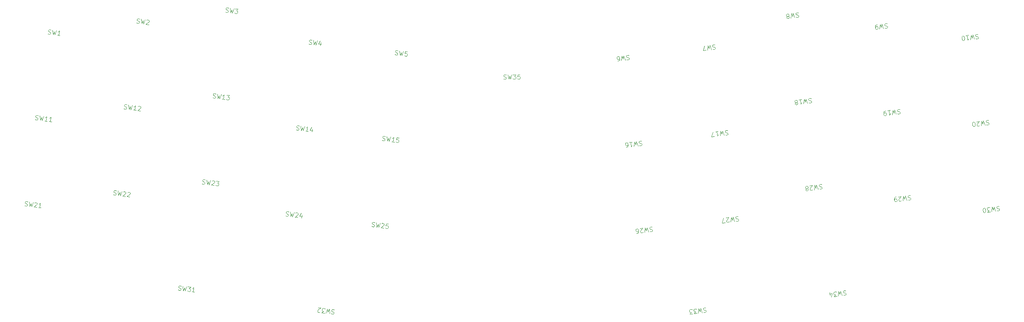
<source format=gto>
G04 #@! TF.GenerationSoftware,KiCad,Pcbnew,7.0.10-7.0.10~ubuntu23.04.1*
G04 #@! TF.CreationDate,2024-03-02T17:50:18+00:00*
G04 #@! TF.ProjectId,plate_alps_mx,706c6174-655f-4616-9c70-735f6d782e6b,v0.1*
G04 #@! TF.SameCoordinates,PX8bd8a70PY50733a9*
G04 #@! TF.FileFunction,Legend,Top*
G04 #@! TF.FilePolarity,Positive*
%FSLAX46Y46*%
G04 Gerber Fmt 4.6, Leading zero omitted, Abs format (unit mm)*
G04 Created by KiCad (PCBNEW 7.0.10-7.0.10~ubuntu23.04.1) date 2024-03-02 17:50:18*
%MOMM*%
%LPD*%
G01*
G04 APERTURE LIST*
%ADD10C,0.100000*%
G04 APERTURE END LIST*
D10*
X83751854Y-69524710D02*
X83887843Y-69589384D01*
X83887843Y-69589384D02*
X84124164Y-69618400D01*
X84124164Y-69618400D02*
X84224495Y-69582743D01*
X84224495Y-69582743D02*
X84277563Y-69541282D01*
X84277563Y-69541282D02*
X84336433Y-69452557D01*
X84336433Y-69452557D02*
X84348040Y-69358029D01*
X84348040Y-69358029D02*
X84312382Y-69257697D01*
X84312382Y-69257697D02*
X84270922Y-69204630D01*
X84270922Y-69204630D02*
X84182197Y-69145759D01*
X84182197Y-69145759D02*
X83998944Y-69075282D01*
X83998944Y-69075282D02*
X83910219Y-69016411D01*
X83910219Y-69016411D02*
X83868758Y-68963344D01*
X83868758Y-68963344D02*
X83833100Y-68863012D01*
X83833100Y-68863012D02*
X83844707Y-68768484D01*
X83844707Y-68768484D02*
X83903578Y-68679759D01*
X83903578Y-68679759D02*
X83956645Y-68638298D01*
X83956645Y-68638298D02*
X84056977Y-68602641D01*
X84056977Y-68602641D02*
X84293297Y-68631657D01*
X84293297Y-68631657D02*
X84429286Y-68696331D01*
X84765938Y-68689690D02*
X84880389Y-69711253D01*
X84880389Y-69711253D02*
X85156495Y-69025505D01*
X85156495Y-69025505D02*
X85258502Y-69757679D01*
X85258502Y-69757679D02*
X85616692Y-68794150D01*
X85900276Y-68828969D02*
X86514710Y-68904412D01*
X86514710Y-68904412D02*
X86137435Y-69241902D01*
X86137435Y-69241902D02*
X86279227Y-69259312D01*
X86279227Y-69259312D02*
X86367952Y-69318183D01*
X86367952Y-69318183D02*
X86409413Y-69371250D01*
X86409413Y-69371250D02*
X86445070Y-69471582D01*
X86445070Y-69471582D02*
X86416054Y-69707902D01*
X86416054Y-69707902D02*
X86357183Y-69796627D01*
X86357183Y-69796627D02*
X86304116Y-69838088D01*
X86304116Y-69838088D02*
X86203784Y-69873745D01*
X86203784Y-69873745D02*
X85920199Y-69838926D01*
X85920199Y-69838926D02*
X85831475Y-69780055D01*
X85831475Y-69780055D02*
X85790014Y-69726987D01*
X99285201Y-95423294D02*
X99421190Y-95487968D01*
X99421190Y-95487968D02*
X99657510Y-95516985D01*
X99657510Y-95516985D02*
X99757842Y-95481327D01*
X99757842Y-95481327D02*
X99810909Y-95439867D01*
X99810909Y-95439867D02*
X99869780Y-95351142D01*
X99869780Y-95351142D02*
X99881386Y-95256614D01*
X99881386Y-95256614D02*
X99845729Y-95156282D01*
X99845729Y-95156282D02*
X99804268Y-95103215D01*
X99804268Y-95103215D02*
X99715543Y-95044344D01*
X99715543Y-95044344D02*
X99532290Y-94973867D01*
X99532290Y-94973867D02*
X99443565Y-94914996D01*
X99443565Y-94914996D02*
X99402104Y-94861929D01*
X99402104Y-94861929D02*
X99366447Y-94761597D01*
X99366447Y-94761597D02*
X99378053Y-94667069D01*
X99378053Y-94667069D02*
X99436924Y-94578344D01*
X99436924Y-94578344D02*
X99489991Y-94536883D01*
X99489991Y-94536883D02*
X99590323Y-94501226D01*
X99590323Y-94501226D02*
X99826644Y-94530242D01*
X99826644Y-94530242D02*
X99962633Y-94594916D01*
X100299285Y-94588275D02*
X100413736Y-95609838D01*
X100413736Y-95609838D02*
X100689842Y-94924089D01*
X100689842Y-94924089D02*
X100791849Y-95656264D01*
X100791849Y-95656264D02*
X101150038Y-94692735D01*
X101926187Y-95795543D02*
X101359018Y-95725904D01*
X101642602Y-95760724D02*
X101764472Y-94768177D01*
X101764472Y-94768177D02*
X101652534Y-94898363D01*
X101652534Y-94898363D02*
X101546399Y-94981285D01*
X101546399Y-94981285D02*
X101446067Y-95016942D01*
X102858187Y-95238305D02*
X102776941Y-95900003D01*
X102668293Y-94831176D02*
X102344923Y-95511121D01*
X102344923Y-95511121D02*
X102959356Y-95586564D01*
X229047460Y-72105119D02*
X228899864Y-72075264D01*
X228899864Y-72075264D02*
X228663544Y-72104281D01*
X228663544Y-72104281D02*
X228574819Y-72163152D01*
X228574819Y-72163152D02*
X228533358Y-72216219D01*
X228533358Y-72216219D02*
X228497700Y-72316551D01*
X228497700Y-72316551D02*
X228509307Y-72411079D01*
X228509307Y-72411079D02*
X228568178Y-72499804D01*
X228568178Y-72499804D02*
X228621245Y-72541265D01*
X228621245Y-72541265D02*
X228721577Y-72576922D01*
X228721577Y-72576922D02*
X228916436Y-72600973D01*
X228916436Y-72600973D02*
X229016768Y-72636630D01*
X229016768Y-72636630D02*
X229069835Y-72678091D01*
X229069835Y-72678091D02*
X229128706Y-72766816D01*
X229128706Y-72766816D02*
X229140313Y-72861344D01*
X229140313Y-72861344D02*
X229104655Y-72961676D01*
X229104655Y-72961676D02*
X229063194Y-73014743D01*
X229063194Y-73014743D02*
X228974469Y-73073614D01*
X228974469Y-73073614D02*
X228738149Y-73102630D01*
X228738149Y-73102630D02*
X228590553Y-73072776D01*
X228265508Y-73160663D02*
X227907318Y-72197134D01*
X227907318Y-72197134D02*
X227805311Y-72929309D01*
X227805311Y-72929309D02*
X227529205Y-72243560D01*
X227529205Y-72243560D02*
X227414754Y-73265123D01*
X226867508Y-72324806D02*
X226678451Y-72348020D01*
X226678451Y-72348020D02*
X226589727Y-72406890D01*
X226589727Y-72406890D02*
X226548266Y-72459958D01*
X226548266Y-72459958D02*
X226471147Y-72613357D01*
X226471147Y-72613357D02*
X226447097Y-72808216D01*
X226447097Y-72808216D02*
X226493523Y-73186329D01*
X226493523Y-73186329D02*
X226552394Y-73275054D01*
X226552394Y-73275054D02*
X226605461Y-73316515D01*
X226605461Y-73316515D02*
X226705793Y-73352172D01*
X226705793Y-73352172D02*
X226894849Y-73328959D01*
X226894849Y-73328959D02*
X226983574Y-73270089D01*
X226983574Y-73270089D02*
X227025035Y-73217021D01*
X227025035Y-73217021D02*
X227060692Y-73116690D01*
X227060692Y-73116690D02*
X227031676Y-72880369D01*
X227031676Y-72880369D02*
X226972805Y-72791644D01*
X226972805Y-72791644D02*
X226919738Y-72750183D01*
X226919738Y-72750183D02*
X226819406Y-72714526D01*
X226819406Y-72714526D02*
X226630350Y-72737739D01*
X226630350Y-72737739D02*
X226541625Y-72796610D01*
X226541625Y-72796610D02*
X226500164Y-72849677D01*
X226500164Y-72849677D02*
X226464506Y-72950009D01*
X219940430Y-130802512D02*
X219792835Y-130772657D01*
X219792835Y-130772657D02*
X219556514Y-130801674D01*
X219556514Y-130801674D02*
X219467789Y-130860545D01*
X219467789Y-130860545D02*
X219426329Y-130913612D01*
X219426329Y-130913612D02*
X219390671Y-131013944D01*
X219390671Y-131013944D02*
X219402278Y-131108472D01*
X219402278Y-131108472D02*
X219461148Y-131197197D01*
X219461148Y-131197197D02*
X219514216Y-131238657D01*
X219514216Y-131238657D02*
X219614547Y-131274315D01*
X219614547Y-131274315D02*
X219809407Y-131298366D01*
X219809407Y-131298366D02*
X219909738Y-131334023D01*
X219909738Y-131334023D02*
X219962806Y-131375484D01*
X219962806Y-131375484D02*
X220021677Y-131464209D01*
X220021677Y-131464209D02*
X220033283Y-131558737D01*
X220033283Y-131558737D02*
X219997626Y-131659069D01*
X219997626Y-131659069D02*
X219956165Y-131712136D01*
X219956165Y-131712136D02*
X219867440Y-131771007D01*
X219867440Y-131771007D02*
X219631119Y-131800023D01*
X219631119Y-131800023D02*
X219483524Y-131770169D01*
X219158478Y-131858056D02*
X218800289Y-130894527D01*
X218800289Y-130894527D02*
X218698282Y-131626702D01*
X218698282Y-131626702D02*
X218422176Y-130940953D01*
X218422176Y-130940953D02*
X218307725Y-131962516D01*
X218024140Y-131997336D02*
X217409707Y-132072779D01*
X217409707Y-132072779D02*
X217694129Y-131654043D01*
X217694129Y-131654043D02*
X217552337Y-131671453D01*
X217552337Y-131671453D02*
X217452005Y-131635795D01*
X217452005Y-131635795D02*
X217398938Y-131594334D01*
X217398938Y-131594334D02*
X217340067Y-131505609D01*
X217340067Y-131505609D02*
X217311051Y-131269289D01*
X217311051Y-131269289D02*
X217346708Y-131168957D01*
X217346708Y-131168957D02*
X217388169Y-131115890D01*
X217388169Y-131115890D02*
X217476894Y-131057019D01*
X217476894Y-131057019D02*
X217760478Y-131022199D01*
X217760478Y-131022199D02*
X217860810Y-131057857D01*
X217860810Y-131057857D02*
X217913877Y-131099318D01*
X216518330Y-131846389D02*
X216437083Y-131184692D01*
X216801077Y-132195486D02*
X216950348Y-131457508D01*
X216950348Y-131457508D02*
X216335914Y-131532950D01*
X64263445Y-71930098D02*
X64399434Y-71994772D01*
X64399434Y-71994772D02*
X64635755Y-72023788D01*
X64635755Y-72023788D02*
X64736086Y-71988131D01*
X64736086Y-71988131D02*
X64789154Y-71946670D01*
X64789154Y-71946670D02*
X64848024Y-71857945D01*
X64848024Y-71857945D02*
X64859631Y-71763417D01*
X64859631Y-71763417D02*
X64823973Y-71663085D01*
X64823973Y-71663085D02*
X64782513Y-71610018D01*
X64782513Y-71610018D02*
X64693788Y-71551147D01*
X64693788Y-71551147D02*
X64510535Y-71480670D01*
X64510535Y-71480670D02*
X64421810Y-71421799D01*
X64421810Y-71421799D02*
X64380349Y-71368732D01*
X64380349Y-71368732D02*
X64344691Y-71268400D01*
X64344691Y-71268400D02*
X64356298Y-71173872D01*
X64356298Y-71173872D02*
X64415169Y-71085147D01*
X64415169Y-71085147D02*
X64468236Y-71043686D01*
X64468236Y-71043686D02*
X64568568Y-71008029D01*
X64568568Y-71008029D02*
X64804888Y-71037045D01*
X64804888Y-71037045D02*
X64940877Y-71101719D01*
X65277529Y-71095078D02*
X65391980Y-72116641D01*
X65391980Y-72116641D02*
X65668086Y-71430893D01*
X65668086Y-71430893D02*
X65770093Y-72163067D01*
X65770093Y-72163067D02*
X66128283Y-71199538D01*
X66447525Y-71334689D02*
X66500592Y-71293228D01*
X66500592Y-71293228D02*
X66600924Y-71257571D01*
X66600924Y-71257571D02*
X66837244Y-71286587D01*
X66837244Y-71286587D02*
X66925969Y-71345458D01*
X66925969Y-71345458D02*
X66967430Y-71398525D01*
X66967430Y-71398525D02*
X67003088Y-71498857D01*
X67003088Y-71498857D02*
X66991481Y-71593385D01*
X66991481Y-71593385D02*
X66926807Y-71729374D01*
X66926807Y-71729374D02*
X66289998Y-72226904D01*
X66289998Y-72226904D02*
X66904431Y-72302347D01*
X212353304Y-88549698D02*
X212205709Y-88519843D01*
X212205709Y-88519843D02*
X211969388Y-88548860D01*
X211969388Y-88548860D02*
X211880663Y-88607731D01*
X211880663Y-88607731D02*
X211839203Y-88660798D01*
X211839203Y-88660798D02*
X211803545Y-88761130D01*
X211803545Y-88761130D02*
X211815152Y-88855658D01*
X211815152Y-88855658D02*
X211874022Y-88944383D01*
X211874022Y-88944383D02*
X211927090Y-88985843D01*
X211927090Y-88985843D02*
X212027421Y-89021501D01*
X212027421Y-89021501D02*
X212222281Y-89045552D01*
X212222281Y-89045552D02*
X212322612Y-89081209D01*
X212322612Y-89081209D02*
X212375680Y-89122670D01*
X212375680Y-89122670D02*
X212434551Y-89211395D01*
X212434551Y-89211395D02*
X212446157Y-89305923D01*
X212446157Y-89305923D02*
X212410500Y-89406255D01*
X212410500Y-89406255D02*
X212369039Y-89459322D01*
X212369039Y-89459322D02*
X212280314Y-89518193D01*
X212280314Y-89518193D02*
X212043993Y-89547209D01*
X212043993Y-89547209D02*
X211896398Y-89517355D01*
X211571352Y-89605242D02*
X211213163Y-88641713D01*
X211213163Y-88641713D02*
X211111156Y-89373888D01*
X211111156Y-89373888D02*
X210835050Y-88688139D01*
X210835050Y-88688139D02*
X210720599Y-89709702D01*
X209700711Y-88827418D02*
X210267881Y-88757779D01*
X209984296Y-88792599D02*
X210106165Y-89785145D01*
X210106165Y-89785145D02*
X210183284Y-89631746D01*
X210183284Y-89631746D02*
X210266205Y-89525611D01*
X210266205Y-89525611D02*
X210354930Y-89466740D01*
X209203182Y-89464227D02*
X209303513Y-89499885D01*
X209303513Y-89499885D02*
X209356581Y-89541346D01*
X209356581Y-89541346D02*
X209415451Y-89630070D01*
X209415451Y-89630070D02*
X209421255Y-89677335D01*
X209421255Y-89677335D02*
X209385597Y-89777666D01*
X209385597Y-89777666D02*
X209344136Y-89830733D01*
X209344136Y-89830733D02*
X209255411Y-89889604D01*
X209255411Y-89889604D02*
X209066355Y-89912817D01*
X209066355Y-89912817D02*
X208966024Y-89877160D01*
X208966024Y-89877160D02*
X208912956Y-89835699D01*
X208912956Y-89835699D02*
X208854085Y-89746974D01*
X208854085Y-89746974D02*
X208848282Y-89699710D01*
X208848282Y-89699710D02*
X208883940Y-89599379D01*
X208883940Y-89599379D02*
X208925400Y-89546311D01*
X208925400Y-89546311D02*
X209014125Y-89487440D01*
X209014125Y-89487440D02*
X209203182Y-89464227D01*
X209203182Y-89464227D02*
X209291907Y-89405357D01*
X209291907Y-89405357D02*
X209333367Y-89352289D01*
X209333367Y-89352289D02*
X209369025Y-89251958D01*
X209369025Y-89251958D02*
X209345812Y-89062901D01*
X209345812Y-89062901D02*
X209286941Y-88974176D01*
X209286941Y-88974176D02*
X209233874Y-88932716D01*
X209233874Y-88932716D02*
X209133542Y-88897058D01*
X209133542Y-88897058D02*
X208944486Y-88920271D01*
X208944486Y-88920271D02*
X208855761Y-88979142D01*
X208855761Y-88979142D02*
X208814300Y-89032209D01*
X208814300Y-89032209D02*
X208778643Y-89132541D01*
X208778643Y-89132541D02*
X208801856Y-89321597D01*
X208801856Y-89321597D02*
X208860726Y-89410322D01*
X208860726Y-89410322D02*
X208913794Y-89451783D01*
X208913794Y-89451783D02*
X209014125Y-89487440D01*
X253651730Y-112268486D02*
X253504135Y-112238631D01*
X253504135Y-112238631D02*
X253267814Y-112267648D01*
X253267814Y-112267648D02*
X253179089Y-112326519D01*
X253179089Y-112326519D02*
X253137629Y-112379586D01*
X253137629Y-112379586D02*
X253101971Y-112479918D01*
X253101971Y-112479918D02*
X253113578Y-112574446D01*
X253113578Y-112574446D02*
X253172448Y-112663171D01*
X253172448Y-112663171D02*
X253225516Y-112704631D01*
X253225516Y-112704631D02*
X253325847Y-112740289D01*
X253325847Y-112740289D02*
X253520707Y-112764340D01*
X253520707Y-112764340D02*
X253621038Y-112799997D01*
X253621038Y-112799997D02*
X253674106Y-112841458D01*
X253674106Y-112841458D02*
X253732977Y-112930183D01*
X253732977Y-112930183D02*
X253744583Y-113024711D01*
X253744583Y-113024711D02*
X253708926Y-113125043D01*
X253708926Y-113125043D02*
X253667465Y-113178110D01*
X253667465Y-113178110D02*
X253578740Y-113236981D01*
X253578740Y-113236981D02*
X253342419Y-113265997D01*
X253342419Y-113265997D02*
X253194824Y-113236143D01*
X252869778Y-113324030D02*
X252511589Y-112360501D01*
X252511589Y-112360501D02*
X252409582Y-113092676D01*
X252409582Y-113092676D02*
X252133476Y-112406927D01*
X252133476Y-112406927D02*
X252019025Y-113428490D01*
X251735440Y-113463310D02*
X251121007Y-113538753D01*
X251121007Y-113538753D02*
X251405429Y-113120017D01*
X251405429Y-113120017D02*
X251263637Y-113137427D01*
X251263637Y-113137427D02*
X251163305Y-113101769D01*
X251163305Y-113101769D02*
X251110238Y-113060308D01*
X251110238Y-113060308D02*
X251051367Y-112971583D01*
X251051367Y-112971583D02*
X251022351Y-112735263D01*
X251022351Y-112735263D02*
X251058008Y-112634931D01*
X251058008Y-112634931D02*
X251099469Y-112581864D01*
X251099469Y-112581864D02*
X251188194Y-112522993D01*
X251188194Y-112522993D02*
X251471778Y-112488173D01*
X251471778Y-112488173D02*
X251572110Y-112523831D01*
X251572110Y-112523831D02*
X251625177Y-112565292D01*
X250506573Y-113614195D02*
X250412045Y-113625802D01*
X250412045Y-113625802D02*
X250311714Y-113590145D01*
X250311714Y-113590145D02*
X250258646Y-113548684D01*
X250258646Y-113548684D02*
X250199776Y-113459959D01*
X250199776Y-113459959D02*
X250129298Y-113276706D01*
X250129298Y-113276706D02*
X250100282Y-113040385D01*
X250100282Y-113040385D02*
X250124333Y-112845526D01*
X250124333Y-112845526D02*
X250159990Y-112745194D01*
X250159990Y-112745194D02*
X250201451Y-112692127D01*
X250201451Y-112692127D02*
X250290176Y-112633256D01*
X250290176Y-112633256D02*
X250384704Y-112621649D01*
X250384704Y-112621649D02*
X250485036Y-112657307D01*
X250485036Y-112657307D02*
X250538103Y-112698768D01*
X250538103Y-112698768D02*
X250596974Y-112787493D01*
X250596974Y-112787493D02*
X250667451Y-112970746D01*
X250667451Y-112970746D02*
X250696467Y-113207066D01*
X250696467Y-113207066D02*
X250672417Y-113401926D01*
X250672417Y-113401926D02*
X250636759Y-113502257D01*
X250636759Y-113502257D02*
X250595298Y-113555325D01*
X250595298Y-113555325D02*
X250506573Y-113614195D01*
X39659175Y-112093464D02*
X39795164Y-112158138D01*
X39795164Y-112158138D02*
X40031484Y-112187155D01*
X40031484Y-112187155D02*
X40131816Y-112151497D01*
X40131816Y-112151497D02*
X40184883Y-112110037D01*
X40184883Y-112110037D02*
X40243754Y-112021312D01*
X40243754Y-112021312D02*
X40255360Y-111926784D01*
X40255360Y-111926784D02*
X40219703Y-111826452D01*
X40219703Y-111826452D02*
X40178242Y-111773385D01*
X40178242Y-111773385D02*
X40089517Y-111714514D01*
X40089517Y-111714514D02*
X39906264Y-111644037D01*
X39906264Y-111644037D02*
X39817539Y-111585166D01*
X39817539Y-111585166D02*
X39776078Y-111532099D01*
X39776078Y-111532099D02*
X39740421Y-111431767D01*
X39740421Y-111431767D02*
X39752027Y-111337239D01*
X39752027Y-111337239D02*
X39810898Y-111248514D01*
X39810898Y-111248514D02*
X39863965Y-111207053D01*
X39863965Y-111207053D02*
X39964297Y-111171396D01*
X39964297Y-111171396D02*
X40200618Y-111200412D01*
X40200618Y-111200412D02*
X40336607Y-111265086D01*
X40673259Y-111258445D02*
X40787710Y-112280008D01*
X40787710Y-112280008D02*
X41063816Y-111594259D01*
X41063816Y-111594259D02*
X41165823Y-112326434D01*
X41165823Y-112326434D02*
X41524012Y-111362905D01*
X41843254Y-111498056D02*
X41896322Y-111456595D01*
X41896322Y-111456595D02*
X41996653Y-111420938D01*
X41996653Y-111420938D02*
X42232974Y-111449954D01*
X42232974Y-111449954D02*
X42321699Y-111508825D01*
X42321699Y-111508825D02*
X42363160Y-111561892D01*
X42363160Y-111561892D02*
X42398817Y-111662224D01*
X42398817Y-111662224D02*
X42387210Y-111756752D01*
X42387210Y-111756752D02*
X42322536Y-111892741D01*
X42322536Y-111892741D02*
X41685728Y-112390271D01*
X41685728Y-112390271D02*
X42300161Y-112465713D01*
X43245443Y-112581779D02*
X42678274Y-112512140D01*
X42961858Y-112546960D02*
X43083728Y-111554414D01*
X43083728Y-111554414D02*
X42971790Y-111684599D01*
X42971790Y-111684599D02*
X42865655Y-111767521D01*
X42865655Y-111767521D02*
X42765323Y-111803178D01*
X41980791Y-93185461D02*
X42116780Y-93250135D01*
X42116780Y-93250135D02*
X42353100Y-93279152D01*
X42353100Y-93279152D02*
X42453432Y-93243494D01*
X42453432Y-93243494D02*
X42506499Y-93202034D01*
X42506499Y-93202034D02*
X42565370Y-93113309D01*
X42565370Y-93113309D02*
X42576976Y-93018781D01*
X42576976Y-93018781D02*
X42541319Y-92918449D01*
X42541319Y-92918449D02*
X42499858Y-92865382D01*
X42499858Y-92865382D02*
X42411133Y-92806511D01*
X42411133Y-92806511D02*
X42227880Y-92736034D01*
X42227880Y-92736034D02*
X42139155Y-92677163D01*
X42139155Y-92677163D02*
X42097694Y-92624096D01*
X42097694Y-92624096D02*
X42062037Y-92523764D01*
X42062037Y-92523764D02*
X42073643Y-92429236D01*
X42073643Y-92429236D02*
X42132514Y-92340511D01*
X42132514Y-92340511D02*
X42185581Y-92299050D01*
X42185581Y-92299050D02*
X42285913Y-92263393D01*
X42285913Y-92263393D02*
X42522234Y-92292409D01*
X42522234Y-92292409D02*
X42658223Y-92357083D01*
X42994875Y-92350442D02*
X43109326Y-93372005D01*
X43109326Y-93372005D02*
X43385432Y-92686256D01*
X43385432Y-92686256D02*
X43487439Y-93418431D01*
X43487439Y-93418431D02*
X43845628Y-92454902D01*
X44621777Y-93557710D02*
X44054608Y-93488071D01*
X44338192Y-93522891D02*
X44460062Y-92530344D01*
X44460062Y-92530344D02*
X44348124Y-92660530D01*
X44348124Y-92660530D02*
X44241989Y-92743452D01*
X44241989Y-92743452D02*
X44141657Y-92779109D01*
X45567059Y-93673776D02*
X44999890Y-93604137D01*
X45283474Y-93638957D02*
X45405344Y-92646411D01*
X45405344Y-92646411D02*
X45293406Y-92776596D01*
X45293406Y-92776596D02*
X45187271Y-92859518D01*
X45187271Y-92859518D02*
X45086939Y-92895175D01*
X44775038Y-74335489D02*
X44911027Y-74400163D01*
X44911027Y-74400163D02*
X45147348Y-74429179D01*
X45147348Y-74429179D02*
X45247679Y-74393522D01*
X45247679Y-74393522D02*
X45300747Y-74352061D01*
X45300747Y-74352061D02*
X45359617Y-74263336D01*
X45359617Y-74263336D02*
X45371224Y-74168808D01*
X45371224Y-74168808D02*
X45335566Y-74068476D01*
X45335566Y-74068476D02*
X45294106Y-74015409D01*
X45294106Y-74015409D02*
X45205381Y-73956538D01*
X45205381Y-73956538D02*
X45022128Y-73886061D01*
X45022128Y-73886061D02*
X44933403Y-73827190D01*
X44933403Y-73827190D02*
X44891942Y-73774123D01*
X44891942Y-73774123D02*
X44856284Y-73673791D01*
X44856284Y-73673791D02*
X44867891Y-73579263D01*
X44867891Y-73579263D02*
X44926762Y-73490538D01*
X44926762Y-73490538D02*
X44979829Y-73449077D01*
X44979829Y-73449077D02*
X45080161Y-73413420D01*
X45080161Y-73413420D02*
X45316481Y-73442436D01*
X45316481Y-73442436D02*
X45452470Y-73507110D01*
X45789122Y-73500469D02*
X45903573Y-74522032D01*
X45903573Y-74522032D02*
X46179679Y-73836284D01*
X46179679Y-73836284D02*
X46281686Y-74568458D01*
X46281686Y-74568458D02*
X46639876Y-73604929D01*
X47416024Y-74707738D02*
X46848855Y-74638098D01*
X47132440Y-74672918D02*
X47254309Y-73680372D01*
X47254309Y-73680372D02*
X47142371Y-73810557D01*
X47142371Y-73810557D02*
X47036236Y-73893479D01*
X47036236Y-73893479D02*
X46935905Y-73929136D01*
X96963590Y-114331298D02*
X97099579Y-114395972D01*
X97099579Y-114395972D02*
X97335899Y-114424989D01*
X97335899Y-114424989D02*
X97436231Y-114389331D01*
X97436231Y-114389331D02*
X97489298Y-114347871D01*
X97489298Y-114347871D02*
X97548169Y-114259146D01*
X97548169Y-114259146D02*
X97559775Y-114164618D01*
X97559775Y-114164618D02*
X97524118Y-114064286D01*
X97524118Y-114064286D02*
X97482657Y-114011219D01*
X97482657Y-114011219D02*
X97393932Y-113952348D01*
X97393932Y-113952348D02*
X97210679Y-113881871D01*
X97210679Y-113881871D02*
X97121954Y-113823000D01*
X97121954Y-113823000D02*
X97080493Y-113769933D01*
X97080493Y-113769933D02*
X97044836Y-113669601D01*
X97044836Y-113669601D02*
X97056442Y-113575073D01*
X97056442Y-113575073D02*
X97115313Y-113486348D01*
X97115313Y-113486348D02*
X97168380Y-113444887D01*
X97168380Y-113444887D02*
X97268712Y-113409230D01*
X97268712Y-113409230D02*
X97505033Y-113438246D01*
X97505033Y-113438246D02*
X97641022Y-113502920D01*
X97977674Y-113496279D02*
X98092125Y-114517842D01*
X98092125Y-114517842D02*
X98368231Y-113832093D01*
X98368231Y-113832093D02*
X98470238Y-114564268D01*
X98470238Y-114564268D02*
X98828427Y-113600739D01*
X99147669Y-113735890D02*
X99200737Y-113694429D01*
X99200737Y-113694429D02*
X99301068Y-113658772D01*
X99301068Y-113658772D02*
X99537389Y-113687788D01*
X99537389Y-113687788D02*
X99626114Y-113746659D01*
X99626114Y-113746659D02*
X99667575Y-113799726D01*
X99667575Y-113799726D02*
X99703232Y-113900058D01*
X99703232Y-113900058D02*
X99691625Y-113994586D01*
X99691625Y-113994586D02*
X99626951Y-114130575D01*
X99626951Y-114130575D02*
X98990143Y-114628105D01*
X98990143Y-114628105D02*
X99604576Y-114703547D01*
X100536576Y-114146309D02*
X100455330Y-114808007D01*
X100346682Y-113739180D02*
X100023312Y-114419125D01*
X100023312Y-114419125D02*
X100637745Y-114494568D01*
X175117697Y-97919926D02*
X174970102Y-97890071D01*
X174970102Y-97890071D02*
X174733781Y-97919088D01*
X174733781Y-97919088D02*
X174645056Y-97977959D01*
X174645056Y-97977959D02*
X174603596Y-98031026D01*
X174603596Y-98031026D02*
X174567938Y-98131358D01*
X174567938Y-98131358D02*
X174579545Y-98225886D01*
X174579545Y-98225886D02*
X174638415Y-98314611D01*
X174638415Y-98314611D02*
X174691483Y-98356071D01*
X174691483Y-98356071D02*
X174791814Y-98391729D01*
X174791814Y-98391729D02*
X174986674Y-98415780D01*
X174986674Y-98415780D02*
X175087005Y-98451437D01*
X175087005Y-98451437D02*
X175140073Y-98492898D01*
X175140073Y-98492898D02*
X175198944Y-98581623D01*
X175198944Y-98581623D02*
X175210550Y-98676151D01*
X175210550Y-98676151D02*
X175174893Y-98776483D01*
X175174893Y-98776483D02*
X175133432Y-98829550D01*
X175133432Y-98829550D02*
X175044707Y-98888421D01*
X175044707Y-98888421D02*
X174808386Y-98917437D01*
X174808386Y-98917437D02*
X174660791Y-98887583D01*
X174335745Y-98975470D02*
X173977556Y-98011941D01*
X173977556Y-98011941D02*
X173875549Y-98744116D01*
X173875549Y-98744116D02*
X173599443Y-98058367D01*
X173599443Y-98058367D02*
X173484992Y-99079930D01*
X172465104Y-98197646D02*
X173032274Y-98128007D01*
X172748689Y-98162827D02*
X172870558Y-99155373D01*
X172870558Y-99155373D02*
X172947677Y-99001974D01*
X172947677Y-99001974D02*
X173030598Y-98895839D01*
X173030598Y-98895839D02*
X173119323Y-98836968D01*
X171736220Y-99294652D02*
X171925276Y-99271439D01*
X171925276Y-99271439D02*
X172014001Y-99212568D01*
X172014001Y-99212568D02*
X172055462Y-99159501D01*
X172055462Y-99159501D02*
X172132580Y-99006102D01*
X172132580Y-99006102D02*
X172156631Y-98811242D01*
X172156631Y-98811242D02*
X172110205Y-98433129D01*
X172110205Y-98433129D02*
X172051334Y-98344404D01*
X172051334Y-98344404D02*
X171998267Y-98302944D01*
X171998267Y-98302944D02*
X171897935Y-98267286D01*
X171897935Y-98267286D02*
X171708879Y-98290499D01*
X171708879Y-98290499D02*
X171620154Y-98349370D01*
X171620154Y-98349370D02*
X171578693Y-98402437D01*
X171578693Y-98402437D02*
X171543036Y-98502769D01*
X171543036Y-98502769D02*
X171572052Y-98739089D01*
X171572052Y-98739089D02*
X171630923Y-98827814D01*
X171630923Y-98827814D02*
X171683990Y-98869275D01*
X171683990Y-98869275D02*
X171784322Y-98904933D01*
X171784322Y-98904933D02*
X171973378Y-98881719D01*
X171973378Y-98881719D02*
X172062103Y-98822849D01*
X172062103Y-98822849D02*
X172103564Y-98769781D01*
X172103564Y-98769781D02*
X172139221Y-98669450D01*
X196347315Y-114506320D02*
X196199720Y-114476465D01*
X196199720Y-114476465D02*
X195963399Y-114505482D01*
X195963399Y-114505482D02*
X195874674Y-114564353D01*
X195874674Y-114564353D02*
X195833214Y-114617420D01*
X195833214Y-114617420D02*
X195797556Y-114717752D01*
X195797556Y-114717752D02*
X195809163Y-114812280D01*
X195809163Y-114812280D02*
X195868033Y-114901005D01*
X195868033Y-114901005D02*
X195921101Y-114942465D01*
X195921101Y-114942465D02*
X196021432Y-114978123D01*
X196021432Y-114978123D02*
X196216292Y-115002174D01*
X196216292Y-115002174D02*
X196316623Y-115037831D01*
X196316623Y-115037831D02*
X196369691Y-115079292D01*
X196369691Y-115079292D02*
X196428562Y-115168017D01*
X196428562Y-115168017D02*
X196440168Y-115262545D01*
X196440168Y-115262545D02*
X196404511Y-115362877D01*
X196404511Y-115362877D02*
X196363050Y-115415944D01*
X196363050Y-115415944D02*
X196274325Y-115474815D01*
X196274325Y-115474815D02*
X196038004Y-115503831D01*
X196038004Y-115503831D02*
X195890409Y-115473977D01*
X195565363Y-115561864D02*
X195207174Y-114598335D01*
X195207174Y-114598335D02*
X195105167Y-115330510D01*
X195105167Y-115330510D02*
X194829061Y-114644761D01*
X194829061Y-114644761D02*
X194714610Y-115666324D01*
X194372154Y-115612419D02*
X194330694Y-115665486D01*
X194330694Y-115665486D02*
X194241969Y-115724357D01*
X194241969Y-115724357D02*
X194005648Y-115753373D01*
X194005648Y-115753373D02*
X193905317Y-115717716D01*
X193905317Y-115717716D02*
X193852249Y-115676255D01*
X193852249Y-115676255D02*
X193793379Y-115587530D01*
X193793379Y-115587530D02*
X193781772Y-115493002D01*
X193781772Y-115493002D02*
X193811626Y-115345406D01*
X193811626Y-115345406D02*
X194309156Y-114708597D01*
X194309156Y-114708597D02*
X193694722Y-114784040D01*
X193485743Y-115817210D02*
X192824046Y-115898456D01*
X192824046Y-115898456D02*
X193127553Y-114853680D01*
X231841710Y-90955094D02*
X231694115Y-90925239D01*
X231694115Y-90925239D02*
X231457794Y-90954256D01*
X231457794Y-90954256D02*
X231369069Y-91013127D01*
X231369069Y-91013127D02*
X231327609Y-91066194D01*
X231327609Y-91066194D02*
X231291951Y-91166526D01*
X231291951Y-91166526D02*
X231303558Y-91261054D01*
X231303558Y-91261054D02*
X231362428Y-91349779D01*
X231362428Y-91349779D02*
X231415496Y-91391239D01*
X231415496Y-91391239D02*
X231515827Y-91426897D01*
X231515827Y-91426897D02*
X231710687Y-91450948D01*
X231710687Y-91450948D02*
X231811018Y-91486605D01*
X231811018Y-91486605D02*
X231864086Y-91528066D01*
X231864086Y-91528066D02*
X231922957Y-91616791D01*
X231922957Y-91616791D02*
X231934563Y-91711319D01*
X231934563Y-91711319D02*
X231898906Y-91811651D01*
X231898906Y-91811651D02*
X231857445Y-91864718D01*
X231857445Y-91864718D02*
X231768720Y-91923589D01*
X231768720Y-91923589D02*
X231532399Y-91952605D01*
X231532399Y-91952605D02*
X231384804Y-91922751D01*
X231059758Y-92010638D02*
X230701569Y-91047109D01*
X230701569Y-91047109D02*
X230599562Y-91779284D01*
X230599562Y-91779284D02*
X230323456Y-91093535D01*
X230323456Y-91093535D02*
X230209005Y-92115098D01*
X229189117Y-91232814D02*
X229756287Y-91163175D01*
X229472702Y-91197995D02*
X229594571Y-92190541D01*
X229594571Y-92190541D02*
X229671690Y-92037142D01*
X229671690Y-92037142D02*
X229754611Y-91931007D01*
X229754611Y-91931007D02*
X229843336Y-91872136D01*
X228716476Y-91290847D02*
X228527420Y-91314061D01*
X228527420Y-91314061D02*
X228438695Y-91372931D01*
X228438695Y-91372931D02*
X228397234Y-91425999D01*
X228397234Y-91425999D02*
X228320116Y-91579398D01*
X228320116Y-91579398D02*
X228296065Y-91774257D01*
X228296065Y-91774257D02*
X228342491Y-92152370D01*
X228342491Y-92152370D02*
X228401362Y-92241095D01*
X228401362Y-92241095D02*
X228454430Y-92282556D01*
X228454430Y-92282556D02*
X228554761Y-92318213D01*
X228554761Y-92318213D02*
X228743817Y-92295000D01*
X228743817Y-92295000D02*
X228832542Y-92236129D01*
X228832542Y-92236129D02*
X228874003Y-92183062D01*
X228874003Y-92183062D02*
X228909661Y-92082731D01*
X228909661Y-92082731D02*
X228880644Y-91846410D01*
X228880644Y-91846410D02*
X228821773Y-91757685D01*
X228821773Y-91757685D02*
X228768706Y-91716224D01*
X228768706Y-91716224D02*
X228668375Y-91680567D01*
X228668375Y-91680567D02*
X228479318Y-91703780D01*
X228479318Y-91703780D02*
X228390593Y-91762651D01*
X228390593Y-91762651D02*
X228349132Y-91815718D01*
X228349132Y-91815718D02*
X228313475Y-91916050D01*
X118193208Y-97744904D02*
X118329197Y-97809578D01*
X118329197Y-97809578D02*
X118565517Y-97838595D01*
X118565517Y-97838595D02*
X118665849Y-97802937D01*
X118665849Y-97802937D02*
X118718916Y-97761477D01*
X118718916Y-97761477D02*
X118777787Y-97672752D01*
X118777787Y-97672752D02*
X118789393Y-97578224D01*
X118789393Y-97578224D02*
X118753736Y-97477892D01*
X118753736Y-97477892D02*
X118712275Y-97424825D01*
X118712275Y-97424825D02*
X118623550Y-97365954D01*
X118623550Y-97365954D02*
X118440297Y-97295477D01*
X118440297Y-97295477D02*
X118351572Y-97236606D01*
X118351572Y-97236606D02*
X118310111Y-97183539D01*
X118310111Y-97183539D02*
X118274454Y-97083207D01*
X118274454Y-97083207D02*
X118286060Y-96988679D01*
X118286060Y-96988679D02*
X118344931Y-96899954D01*
X118344931Y-96899954D02*
X118397998Y-96858493D01*
X118397998Y-96858493D02*
X118498330Y-96822836D01*
X118498330Y-96822836D02*
X118734651Y-96851852D01*
X118734651Y-96851852D02*
X118870640Y-96916526D01*
X119207292Y-96909885D02*
X119321743Y-97931448D01*
X119321743Y-97931448D02*
X119597849Y-97245699D01*
X119597849Y-97245699D02*
X119699856Y-97977874D01*
X119699856Y-97977874D02*
X120058045Y-97014345D01*
X120834194Y-98117153D02*
X120267025Y-98047514D01*
X120550609Y-98082334D02*
X120672479Y-97089787D01*
X120672479Y-97089787D02*
X120560541Y-97219973D01*
X120560541Y-97219973D02*
X120454406Y-97302895D01*
X120454406Y-97302895D02*
X120354074Y-97338552D01*
X121854081Y-97234870D02*
X121381440Y-97176837D01*
X121381440Y-97176837D02*
X121276143Y-97643675D01*
X121276143Y-97643675D02*
X121329210Y-97602214D01*
X121329210Y-97602214D02*
X121429542Y-97566556D01*
X121429542Y-97566556D02*
X121665863Y-97595573D01*
X121665863Y-97595573D02*
X121754587Y-97654444D01*
X121754587Y-97654444D02*
X121796048Y-97707511D01*
X121796048Y-97707511D02*
X121831706Y-97807843D01*
X121831706Y-97807843D02*
X121802689Y-98044163D01*
X121802689Y-98044163D02*
X121743818Y-98132888D01*
X121743818Y-98132888D02*
X121690751Y-98174349D01*
X121690751Y-98174349D02*
X121590420Y-98210006D01*
X121590420Y-98210006D02*
X121354099Y-98180990D01*
X121354099Y-98180990D02*
X121265374Y-98122119D01*
X121265374Y-98122119D02*
X121223913Y-98069052D01*
X78635991Y-107282685D02*
X78771980Y-107347359D01*
X78771980Y-107347359D02*
X79008300Y-107376376D01*
X79008300Y-107376376D02*
X79108632Y-107340718D01*
X79108632Y-107340718D02*
X79161699Y-107299258D01*
X79161699Y-107299258D02*
X79220570Y-107210533D01*
X79220570Y-107210533D02*
X79232176Y-107116005D01*
X79232176Y-107116005D02*
X79196519Y-107015673D01*
X79196519Y-107015673D02*
X79155058Y-106962606D01*
X79155058Y-106962606D02*
X79066333Y-106903735D01*
X79066333Y-106903735D02*
X78883080Y-106833258D01*
X78883080Y-106833258D02*
X78794355Y-106774387D01*
X78794355Y-106774387D02*
X78752894Y-106721320D01*
X78752894Y-106721320D02*
X78717237Y-106620988D01*
X78717237Y-106620988D02*
X78728843Y-106526460D01*
X78728843Y-106526460D02*
X78787714Y-106437735D01*
X78787714Y-106437735D02*
X78840781Y-106396274D01*
X78840781Y-106396274D02*
X78941113Y-106360617D01*
X78941113Y-106360617D02*
X79177434Y-106389633D01*
X79177434Y-106389633D02*
X79313423Y-106454307D01*
X79650075Y-106447666D02*
X79764526Y-107469229D01*
X79764526Y-107469229D02*
X80040632Y-106783480D01*
X80040632Y-106783480D02*
X80142639Y-107515655D01*
X80142639Y-107515655D02*
X80500828Y-106552126D01*
X80820070Y-106687277D02*
X80873138Y-106645816D01*
X80873138Y-106645816D02*
X80973469Y-106610159D01*
X80973469Y-106610159D02*
X81209790Y-106639175D01*
X81209790Y-106639175D02*
X81298515Y-106698046D01*
X81298515Y-106698046D02*
X81339976Y-106751113D01*
X81339976Y-106751113D02*
X81375633Y-106851445D01*
X81375633Y-106851445D02*
X81364026Y-106945973D01*
X81364026Y-106945973D02*
X81299352Y-107081962D01*
X81299352Y-107081962D02*
X80662544Y-107579492D01*
X80662544Y-107579492D02*
X81276977Y-107654934D01*
X81729695Y-106703011D02*
X82344128Y-106778454D01*
X82344128Y-106778454D02*
X81966853Y-107115944D01*
X81966853Y-107115944D02*
X82108646Y-107133354D01*
X82108646Y-107133354D02*
X82197370Y-107192225D01*
X82197370Y-107192225D02*
X82238831Y-107245292D01*
X82238831Y-107245292D02*
X82274489Y-107345624D01*
X82274489Y-107345624D02*
X82245472Y-107581944D01*
X82245472Y-107581944D02*
X82186601Y-107670669D01*
X82186601Y-107670669D02*
X82133534Y-107712130D01*
X82133534Y-107712130D02*
X82033203Y-107747787D01*
X82033203Y-107747787D02*
X81749618Y-107712967D01*
X81749618Y-107712967D02*
X81660893Y-107654097D01*
X81660893Y-107654097D02*
X81619432Y-107601029D01*
X115871595Y-116652909D02*
X116007584Y-116717583D01*
X116007584Y-116717583D02*
X116243904Y-116746600D01*
X116243904Y-116746600D02*
X116344236Y-116710942D01*
X116344236Y-116710942D02*
X116397303Y-116669482D01*
X116397303Y-116669482D02*
X116456174Y-116580757D01*
X116456174Y-116580757D02*
X116467780Y-116486229D01*
X116467780Y-116486229D02*
X116432123Y-116385897D01*
X116432123Y-116385897D02*
X116390662Y-116332830D01*
X116390662Y-116332830D02*
X116301937Y-116273959D01*
X116301937Y-116273959D02*
X116118684Y-116203482D01*
X116118684Y-116203482D02*
X116029959Y-116144611D01*
X116029959Y-116144611D02*
X115988498Y-116091544D01*
X115988498Y-116091544D02*
X115952841Y-115991212D01*
X115952841Y-115991212D02*
X115964447Y-115896684D01*
X115964447Y-115896684D02*
X116023318Y-115807959D01*
X116023318Y-115807959D02*
X116076385Y-115766498D01*
X116076385Y-115766498D02*
X116176717Y-115730841D01*
X116176717Y-115730841D02*
X116413038Y-115759857D01*
X116413038Y-115759857D02*
X116549027Y-115824531D01*
X116885679Y-115817890D02*
X117000130Y-116839453D01*
X117000130Y-116839453D02*
X117276236Y-116153704D01*
X117276236Y-116153704D02*
X117378243Y-116885879D01*
X117378243Y-116885879D02*
X117736432Y-115922350D01*
X118055674Y-116057501D02*
X118108742Y-116016040D01*
X118108742Y-116016040D02*
X118209073Y-115980383D01*
X118209073Y-115980383D02*
X118445394Y-116009399D01*
X118445394Y-116009399D02*
X118534119Y-116068270D01*
X118534119Y-116068270D02*
X118575580Y-116121337D01*
X118575580Y-116121337D02*
X118611237Y-116221669D01*
X118611237Y-116221669D02*
X118599630Y-116316197D01*
X118599630Y-116316197D02*
X118534956Y-116452186D01*
X118534956Y-116452186D02*
X117898148Y-116949716D01*
X117898148Y-116949716D02*
X118512581Y-117025158D01*
X119532468Y-116142875D02*
X119059827Y-116084842D01*
X119059827Y-116084842D02*
X118954530Y-116551680D01*
X118954530Y-116551680D02*
X119007597Y-116510219D01*
X119007597Y-116510219D02*
X119107929Y-116474561D01*
X119107929Y-116474561D02*
X119344250Y-116503578D01*
X119344250Y-116503578D02*
X119432974Y-116562449D01*
X119432974Y-116562449D02*
X119474435Y-116615516D01*
X119474435Y-116615516D02*
X119510093Y-116715848D01*
X119510093Y-116715848D02*
X119481076Y-116952168D01*
X119481076Y-116952168D02*
X119422205Y-117040893D01*
X119422205Y-117040893D02*
X119369138Y-117082354D01*
X119369138Y-117082354D02*
X119268807Y-117118011D01*
X119268807Y-117118011D02*
X119032486Y-117088995D01*
X119032486Y-117088995D02*
X118943761Y-117030124D01*
X118943761Y-117030124D02*
X118902300Y-116977057D01*
X59147584Y-109688077D02*
X59283573Y-109752751D01*
X59283573Y-109752751D02*
X59519893Y-109781768D01*
X59519893Y-109781768D02*
X59620225Y-109746110D01*
X59620225Y-109746110D02*
X59673292Y-109704650D01*
X59673292Y-109704650D02*
X59732163Y-109615925D01*
X59732163Y-109615925D02*
X59743769Y-109521397D01*
X59743769Y-109521397D02*
X59708112Y-109421065D01*
X59708112Y-109421065D02*
X59666651Y-109367998D01*
X59666651Y-109367998D02*
X59577926Y-109309127D01*
X59577926Y-109309127D02*
X59394673Y-109238650D01*
X59394673Y-109238650D02*
X59305948Y-109179779D01*
X59305948Y-109179779D02*
X59264487Y-109126712D01*
X59264487Y-109126712D02*
X59228830Y-109026380D01*
X59228830Y-109026380D02*
X59240436Y-108931852D01*
X59240436Y-108931852D02*
X59299307Y-108843127D01*
X59299307Y-108843127D02*
X59352374Y-108801666D01*
X59352374Y-108801666D02*
X59452706Y-108766009D01*
X59452706Y-108766009D02*
X59689027Y-108795025D01*
X59689027Y-108795025D02*
X59825016Y-108859699D01*
X60161668Y-108853058D02*
X60276119Y-109874621D01*
X60276119Y-109874621D02*
X60552225Y-109188872D01*
X60552225Y-109188872D02*
X60654232Y-109921047D01*
X60654232Y-109921047D02*
X61012421Y-108957518D01*
X61331663Y-109092669D02*
X61384731Y-109051208D01*
X61384731Y-109051208D02*
X61485062Y-109015551D01*
X61485062Y-109015551D02*
X61721383Y-109044567D01*
X61721383Y-109044567D02*
X61810108Y-109103438D01*
X61810108Y-109103438D02*
X61851569Y-109156505D01*
X61851569Y-109156505D02*
X61887226Y-109256837D01*
X61887226Y-109256837D02*
X61875619Y-109351365D01*
X61875619Y-109351365D02*
X61810945Y-109487354D01*
X61810945Y-109487354D02*
X61174137Y-109984884D01*
X61174137Y-109984884D02*
X61788570Y-110060326D01*
X62276945Y-109208735D02*
X62330013Y-109167274D01*
X62330013Y-109167274D02*
X62430344Y-109131617D01*
X62430344Y-109131617D02*
X62666665Y-109160633D01*
X62666665Y-109160633D02*
X62755390Y-109219504D01*
X62755390Y-109219504D02*
X62796851Y-109272571D01*
X62796851Y-109272571D02*
X62832508Y-109372903D01*
X62832508Y-109372903D02*
X62820902Y-109467431D01*
X62820902Y-109467431D02*
X62756228Y-109603420D01*
X62756228Y-109603420D02*
X62119419Y-110100950D01*
X62119419Y-110100950D02*
X62733852Y-110176392D01*
X102079453Y-76573322D02*
X102215442Y-76637996D01*
X102215442Y-76637996D02*
X102451763Y-76667012D01*
X102451763Y-76667012D02*
X102552094Y-76631355D01*
X102552094Y-76631355D02*
X102605162Y-76589894D01*
X102605162Y-76589894D02*
X102664032Y-76501169D01*
X102664032Y-76501169D02*
X102675639Y-76406641D01*
X102675639Y-76406641D02*
X102639981Y-76306309D01*
X102639981Y-76306309D02*
X102598521Y-76253242D01*
X102598521Y-76253242D02*
X102509796Y-76194371D01*
X102509796Y-76194371D02*
X102326543Y-76123894D01*
X102326543Y-76123894D02*
X102237818Y-76065023D01*
X102237818Y-76065023D02*
X102196357Y-76011956D01*
X102196357Y-76011956D02*
X102160699Y-75911624D01*
X102160699Y-75911624D02*
X102172306Y-75817096D01*
X102172306Y-75817096D02*
X102231177Y-75728371D01*
X102231177Y-75728371D02*
X102284244Y-75686910D01*
X102284244Y-75686910D02*
X102384576Y-75651253D01*
X102384576Y-75651253D02*
X102620896Y-75680269D01*
X102620896Y-75680269D02*
X102756885Y-75744943D01*
X103093537Y-75738302D02*
X103207988Y-76759865D01*
X103207988Y-76759865D02*
X103484094Y-76074117D01*
X103484094Y-76074117D02*
X103586101Y-76806291D01*
X103586101Y-76806291D02*
X103944291Y-75842762D01*
X104707157Y-76272266D02*
X104625911Y-76933964D01*
X104517263Y-75865137D02*
X104193893Y-76545082D01*
X104193893Y-76545082D02*
X104808327Y-76620525D01*
X80957601Y-88374676D02*
X81093590Y-88439350D01*
X81093590Y-88439350D02*
X81329910Y-88468367D01*
X81329910Y-88468367D02*
X81430242Y-88432709D01*
X81430242Y-88432709D02*
X81483309Y-88391249D01*
X81483309Y-88391249D02*
X81542180Y-88302524D01*
X81542180Y-88302524D02*
X81553786Y-88207996D01*
X81553786Y-88207996D02*
X81518129Y-88107664D01*
X81518129Y-88107664D02*
X81476668Y-88054597D01*
X81476668Y-88054597D02*
X81387943Y-87995726D01*
X81387943Y-87995726D02*
X81204690Y-87925249D01*
X81204690Y-87925249D02*
X81115965Y-87866378D01*
X81115965Y-87866378D02*
X81074504Y-87813311D01*
X81074504Y-87813311D02*
X81038847Y-87712979D01*
X81038847Y-87712979D02*
X81050453Y-87618451D01*
X81050453Y-87618451D02*
X81109324Y-87529726D01*
X81109324Y-87529726D02*
X81162391Y-87488265D01*
X81162391Y-87488265D02*
X81262723Y-87452608D01*
X81262723Y-87452608D02*
X81499044Y-87481624D01*
X81499044Y-87481624D02*
X81635033Y-87546298D01*
X81971685Y-87539657D02*
X82086136Y-88561220D01*
X82086136Y-88561220D02*
X82362242Y-87875471D01*
X82362242Y-87875471D02*
X82464249Y-88607646D01*
X82464249Y-88607646D02*
X82822438Y-87644117D01*
X83598587Y-88746925D02*
X83031418Y-88677286D01*
X83315002Y-88712106D02*
X83436872Y-87719559D01*
X83436872Y-87719559D02*
X83324934Y-87849745D01*
X83324934Y-87849745D02*
X83218799Y-87932667D01*
X83218799Y-87932667D02*
X83118467Y-87968324D01*
X84051305Y-87795002D02*
X84665738Y-87870445D01*
X84665738Y-87870445D02*
X84288463Y-88207935D01*
X84288463Y-88207935D02*
X84430256Y-88225345D01*
X84430256Y-88225345D02*
X84518980Y-88284216D01*
X84518980Y-88284216D02*
X84560441Y-88337283D01*
X84560441Y-88337283D02*
X84596099Y-88437615D01*
X84596099Y-88437615D02*
X84567082Y-88673935D01*
X84567082Y-88673935D02*
X84508211Y-88762660D01*
X84508211Y-88762660D02*
X84455144Y-88804121D01*
X84455144Y-88804121D02*
X84354813Y-88839778D01*
X84354813Y-88839778D02*
X84071228Y-88804958D01*
X84071228Y-88804958D02*
X83982503Y-88746088D01*
X83982503Y-88746088D02*
X83941042Y-88693020D01*
X249008508Y-74452477D02*
X248860913Y-74422622D01*
X248860913Y-74422622D02*
X248624592Y-74451639D01*
X248624592Y-74451639D02*
X248535867Y-74510510D01*
X248535867Y-74510510D02*
X248494407Y-74563577D01*
X248494407Y-74563577D02*
X248458749Y-74663909D01*
X248458749Y-74663909D02*
X248470356Y-74758437D01*
X248470356Y-74758437D02*
X248529226Y-74847162D01*
X248529226Y-74847162D02*
X248582294Y-74888622D01*
X248582294Y-74888622D02*
X248682625Y-74924280D01*
X248682625Y-74924280D02*
X248877485Y-74948331D01*
X248877485Y-74948331D02*
X248977816Y-74983988D01*
X248977816Y-74983988D02*
X249030884Y-75025449D01*
X249030884Y-75025449D02*
X249089755Y-75114174D01*
X249089755Y-75114174D02*
X249101361Y-75208702D01*
X249101361Y-75208702D02*
X249065704Y-75309034D01*
X249065704Y-75309034D02*
X249024243Y-75362101D01*
X249024243Y-75362101D02*
X248935518Y-75420972D01*
X248935518Y-75420972D02*
X248699197Y-75449988D01*
X248699197Y-75449988D02*
X248551602Y-75420134D01*
X248226556Y-75508021D02*
X247868367Y-74544492D01*
X247868367Y-74544492D02*
X247766360Y-75276667D01*
X247766360Y-75276667D02*
X247490254Y-74590918D01*
X247490254Y-74590918D02*
X247375803Y-75612481D01*
X246355915Y-74730197D02*
X246923085Y-74660558D01*
X246639500Y-74695378D02*
X246761369Y-75687924D01*
X246761369Y-75687924D02*
X246838488Y-75534525D01*
X246838488Y-75534525D02*
X246921409Y-75428390D01*
X246921409Y-75428390D02*
X247010134Y-75369519D01*
X245863351Y-75798186D02*
X245768823Y-75809793D01*
X245768823Y-75809793D02*
X245668492Y-75774136D01*
X245668492Y-75774136D02*
X245615424Y-75732675D01*
X245615424Y-75732675D02*
X245556554Y-75643950D01*
X245556554Y-75643950D02*
X245486076Y-75460697D01*
X245486076Y-75460697D02*
X245457060Y-75224376D01*
X245457060Y-75224376D02*
X245481111Y-75029517D01*
X245481111Y-75029517D02*
X245516768Y-74929185D01*
X245516768Y-74929185D02*
X245558229Y-74876118D01*
X245558229Y-74876118D02*
X245646954Y-74817247D01*
X245646954Y-74817247D02*
X245741482Y-74805640D01*
X245741482Y-74805640D02*
X245841814Y-74841298D01*
X245841814Y-74841298D02*
X245894881Y-74882759D01*
X245894881Y-74882759D02*
X245953752Y-74971484D01*
X245953752Y-74971484D02*
X246024229Y-75154737D01*
X246024229Y-75154737D02*
X246053245Y-75391057D01*
X246053245Y-75391057D02*
X246029195Y-75585917D01*
X246029195Y-75585917D02*
X245993537Y-75686248D01*
X245993537Y-75686248D02*
X245952076Y-75739316D01*
X245952076Y-75739316D02*
X245863351Y-75798186D01*
X234163321Y-109863100D02*
X234015726Y-109833245D01*
X234015726Y-109833245D02*
X233779405Y-109862262D01*
X233779405Y-109862262D02*
X233690680Y-109921133D01*
X233690680Y-109921133D02*
X233649220Y-109974200D01*
X233649220Y-109974200D02*
X233613562Y-110074532D01*
X233613562Y-110074532D02*
X233625169Y-110169060D01*
X233625169Y-110169060D02*
X233684039Y-110257785D01*
X233684039Y-110257785D02*
X233737107Y-110299245D01*
X233737107Y-110299245D02*
X233837438Y-110334903D01*
X233837438Y-110334903D02*
X234032298Y-110358954D01*
X234032298Y-110358954D02*
X234132629Y-110394611D01*
X234132629Y-110394611D02*
X234185697Y-110436072D01*
X234185697Y-110436072D02*
X234244568Y-110524797D01*
X234244568Y-110524797D02*
X234256174Y-110619325D01*
X234256174Y-110619325D02*
X234220517Y-110719657D01*
X234220517Y-110719657D02*
X234179056Y-110772724D01*
X234179056Y-110772724D02*
X234090331Y-110831595D01*
X234090331Y-110831595D02*
X233854010Y-110860611D01*
X233854010Y-110860611D02*
X233706415Y-110830757D01*
X233381369Y-110918644D02*
X233023180Y-109955115D01*
X233023180Y-109955115D02*
X232921173Y-110687290D01*
X232921173Y-110687290D02*
X232645067Y-110001541D01*
X232645067Y-110001541D02*
X232530616Y-111023104D01*
X232188160Y-110969199D02*
X232146700Y-111022266D01*
X232146700Y-111022266D02*
X232057975Y-111081137D01*
X232057975Y-111081137D02*
X231821654Y-111110153D01*
X231821654Y-111110153D02*
X231721323Y-111074496D01*
X231721323Y-111074496D02*
X231668255Y-111033035D01*
X231668255Y-111033035D02*
X231609385Y-110944310D01*
X231609385Y-110944310D02*
X231597778Y-110849782D01*
X231597778Y-110849782D02*
X231627632Y-110702186D01*
X231627632Y-110702186D02*
X232125162Y-110065377D01*
X232125162Y-110065377D02*
X231510728Y-110140820D01*
X231038087Y-110198853D02*
X230849031Y-110222067D01*
X230849031Y-110222067D02*
X230760306Y-110280937D01*
X230760306Y-110280937D02*
X230718845Y-110334005D01*
X230718845Y-110334005D02*
X230641727Y-110487404D01*
X230641727Y-110487404D02*
X230617676Y-110682263D01*
X230617676Y-110682263D02*
X230664102Y-111060376D01*
X230664102Y-111060376D02*
X230722973Y-111149101D01*
X230722973Y-111149101D02*
X230776041Y-111190562D01*
X230776041Y-111190562D02*
X230876372Y-111226219D01*
X230876372Y-111226219D02*
X231065428Y-111203006D01*
X231065428Y-111203006D02*
X231154153Y-111144135D01*
X231154153Y-111144135D02*
X231195614Y-111091068D01*
X231195614Y-111091068D02*
X231231272Y-110990737D01*
X231231272Y-110990737D02*
X231202255Y-110754416D01*
X231202255Y-110754416D02*
X231143384Y-110665691D01*
X231143384Y-110665691D02*
X231090317Y-110624230D01*
X231090317Y-110624230D02*
X230989986Y-110588573D01*
X230989986Y-110588573D02*
X230800929Y-110611786D01*
X230800929Y-110611786D02*
X230712204Y-110670657D01*
X230712204Y-110670657D02*
X230670743Y-110723724D01*
X230670743Y-110723724D02*
X230635086Y-110824056D01*
X73370475Y-130627490D02*
X73506464Y-130692164D01*
X73506464Y-130692164D02*
X73742784Y-130721181D01*
X73742784Y-130721181D02*
X73843116Y-130685523D01*
X73843116Y-130685523D02*
X73896183Y-130644063D01*
X73896183Y-130644063D02*
X73955054Y-130555338D01*
X73955054Y-130555338D02*
X73966660Y-130460810D01*
X73966660Y-130460810D02*
X73931003Y-130360478D01*
X73931003Y-130360478D02*
X73889542Y-130307411D01*
X73889542Y-130307411D02*
X73800817Y-130248540D01*
X73800817Y-130248540D02*
X73617564Y-130178063D01*
X73617564Y-130178063D02*
X73528839Y-130119192D01*
X73528839Y-130119192D02*
X73487378Y-130066125D01*
X73487378Y-130066125D02*
X73451721Y-129965793D01*
X73451721Y-129965793D02*
X73463327Y-129871265D01*
X73463327Y-129871265D02*
X73522198Y-129782540D01*
X73522198Y-129782540D02*
X73575265Y-129741079D01*
X73575265Y-129741079D02*
X73675597Y-129705422D01*
X73675597Y-129705422D02*
X73911918Y-129734438D01*
X73911918Y-129734438D02*
X74047907Y-129799112D01*
X74384559Y-129792471D02*
X74499010Y-130814034D01*
X74499010Y-130814034D02*
X74775116Y-130128285D01*
X74775116Y-130128285D02*
X74877123Y-130860460D01*
X74877123Y-130860460D02*
X75235312Y-129896931D01*
X75518897Y-129931750D02*
X76133330Y-130007193D01*
X76133330Y-130007193D02*
X75756055Y-130344683D01*
X75756055Y-130344683D02*
X75897847Y-130362093D01*
X75897847Y-130362093D02*
X75986572Y-130420964D01*
X75986572Y-130420964D02*
X76028033Y-130474031D01*
X76028033Y-130474031D02*
X76063691Y-130574363D01*
X76063691Y-130574363D02*
X76034674Y-130810683D01*
X76034674Y-130810683D02*
X75975803Y-130899408D01*
X75975803Y-130899408D02*
X75922736Y-130940869D01*
X75922736Y-130940869D02*
X75822404Y-130976526D01*
X75822404Y-130976526D02*
X75538820Y-130941706D01*
X75538820Y-130941706D02*
X75450095Y-130882836D01*
X75450095Y-130882836D02*
X75408634Y-130829768D01*
X76956743Y-131115805D02*
X76389574Y-131046166D01*
X76673158Y-131080986D02*
X76795028Y-130088440D01*
X76795028Y-130088440D02*
X76683090Y-130218625D01*
X76683090Y-130218625D02*
X76576955Y-130301547D01*
X76576955Y-130301547D02*
X76476623Y-130337204D01*
X189214925Y-134575127D02*
X189067330Y-134545272D01*
X189067330Y-134545272D02*
X188831009Y-134574289D01*
X188831009Y-134574289D02*
X188742284Y-134633160D01*
X188742284Y-134633160D02*
X188700824Y-134686227D01*
X188700824Y-134686227D02*
X188665166Y-134786559D01*
X188665166Y-134786559D02*
X188676773Y-134881087D01*
X188676773Y-134881087D02*
X188735643Y-134969812D01*
X188735643Y-134969812D02*
X188788711Y-135011272D01*
X188788711Y-135011272D02*
X188889042Y-135046930D01*
X188889042Y-135046930D02*
X189083902Y-135070981D01*
X189083902Y-135070981D02*
X189184233Y-135106638D01*
X189184233Y-135106638D02*
X189237301Y-135148099D01*
X189237301Y-135148099D02*
X189296172Y-135236824D01*
X189296172Y-135236824D02*
X189307778Y-135331352D01*
X189307778Y-135331352D02*
X189272121Y-135431684D01*
X189272121Y-135431684D02*
X189230660Y-135484751D01*
X189230660Y-135484751D02*
X189141935Y-135543622D01*
X189141935Y-135543622D02*
X188905614Y-135572638D01*
X188905614Y-135572638D02*
X188758019Y-135542784D01*
X188432973Y-135630671D02*
X188074784Y-134667142D01*
X188074784Y-134667142D02*
X187972777Y-135399317D01*
X187972777Y-135399317D02*
X187696671Y-134713568D01*
X187696671Y-134713568D02*
X187582220Y-135735131D01*
X187298635Y-135769951D02*
X186684202Y-135845394D01*
X186684202Y-135845394D02*
X186968624Y-135426658D01*
X186968624Y-135426658D02*
X186826832Y-135444068D01*
X186826832Y-135444068D02*
X186726500Y-135408410D01*
X186726500Y-135408410D02*
X186673433Y-135366949D01*
X186673433Y-135366949D02*
X186614562Y-135278224D01*
X186614562Y-135278224D02*
X186585546Y-135041904D01*
X186585546Y-135041904D02*
X186621203Y-134941572D01*
X186621203Y-134941572D02*
X186662664Y-134888505D01*
X186662664Y-134888505D02*
X186751389Y-134829634D01*
X186751389Y-134829634D02*
X187034973Y-134794814D01*
X187034973Y-134794814D02*
X187135305Y-134830472D01*
X187135305Y-134830472D02*
X187188372Y-134871933D01*
X186353353Y-135886017D02*
X185738920Y-135961460D01*
X185738920Y-135961460D02*
X186023342Y-135542724D01*
X186023342Y-135542724D02*
X185881550Y-135560134D01*
X185881550Y-135560134D02*
X185781218Y-135524476D01*
X185781218Y-135524476D02*
X185728151Y-135483015D01*
X185728151Y-135483015D02*
X185669280Y-135394290D01*
X185669280Y-135394290D02*
X185640264Y-135157970D01*
X185640264Y-135157970D02*
X185675921Y-135057638D01*
X185675921Y-135057638D02*
X185717382Y-135004571D01*
X185717382Y-135004571D02*
X185806107Y-134945700D01*
X185806107Y-134945700D02*
X186089691Y-134910880D01*
X186089691Y-134910880D02*
X186190023Y-134946538D01*
X186190023Y-134946538D02*
X186243090Y-134987999D01*
X191231452Y-76748343D02*
X191083856Y-76718488D01*
X191083856Y-76718488D02*
X190847536Y-76747505D01*
X190847536Y-76747505D02*
X190758811Y-76806376D01*
X190758811Y-76806376D02*
X190717350Y-76859443D01*
X190717350Y-76859443D02*
X190681692Y-76959775D01*
X190681692Y-76959775D02*
X190693299Y-77054303D01*
X190693299Y-77054303D02*
X190752170Y-77143028D01*
X190752170Y-77143028D02*
X190805237Y-77184489D01*
X190805237Y-77184489D02*
X190905569Y-77220146D01*
X190905569Y-77220146D02*
X191100428Y-77244197D01*
X191100428Y-77244197D02*
X191200760Y-77279854D01*
X191200760Y-77279854D02*
X191253827Y-77321315D01*
X191253827Y-77321315D02*
X191312698Y-77410040D01*
X191312698Y-77410040D02*
X191324305Y-77504568D01*
X191324305Y-77504568D02*
X191288647Y-77604900D01*
X191288647Y-77604900D02*
X191247186Y-77657967D01*
X191247186Y-77657967D02*
X191158461Y-77716838D01*
X191158461Y-77716838D02*
X190922141Y-77745854D01*
X190922141Y-77745854D02*
X190774545Y-77716000D01*
X190449500Y-77803887D02*
X190091310Y-76840358D01*
X190091310Y-76840358D02*
X189989303Y-77572533D01*
X189989303Y-77572533D02*
X189713197Y-76886784D01*
X189713197Y-76886784D02*
X189598746Y-77908347D01*
X189315162Y-77943167D02*
X188653464Y-78024413D01*
X188653464Y-78024413D02*
X188956972Y-76979637D01*
X61469195Y-90780072D02*
X61605184Y-90844746D01*
X61605184Y-90844746D02*
X61841504Y-90873763D01*
X61841504Y-90873763D02*
X61941836Y-90838105D01*
X61941836Y-90838105D02*
X61994903Y-90796645D01*
X61994903Y-90796645D02*
X62053774Y-90707920D01*
X62053774Y-90707920D02*
X62065380Y-90613392D01*
X62065380Y-90613392D02*
X62029723Y-90513060D01*
X62029723Y-90513060D02*
X61988262Y-90459993D01*
X61988262Y-90459993D02*
X61899537Y-90401122D01*
X61899537Y-90401122D02*
X61716284Y-90330645D01*
X61716284Y-90330645D02*
X61627559Y-90271774D01*
X61627559Y-90271774D02*
X61586098Y-90218707D01*
X61586098Y-90218707D02*
X61550441Y-90118375D01*
X61550441Y-90118375D02*
X61562047Y-90023847D01*
X61562047Y-90023847D02*
X61620918Y-89935122D01*
X61620918Y-89935122D02*
X61673985Y-89893661D01*
X61673985Y-89893661D02*
X61774317Y-89858004D01*
X61774317Y-89858004D02*
X62010638Y-89887020D01*
X62010638Y-89887020D02*
X62146627Y-89951694D01*
X62483279Y-89945053D02*
X62597730Y-90966616D01*
X62597730Y-90966616D02*
X62873836Y-90280867D01*
X62873836Y-90280867D02*
X62975843Y-91013042D01*
X62975843Y-91013042D02*
X63334032Y-90049513D01*
X64110181Y-91152321D02*
X63543012Y-91082682D01*
X63826596Y-91117502D02*
X63948466Y-90124955D01*
X63948466Y-90124955D02*
X63836528Y-90255141D01*
X63836528Y-90255141D02*
X63730393Y-90338063D01*
X63730393Y-90338063D02*
X63630061Y-90373720D01*
X64598556Y-90300730D02*
X64651624Y-90259269D01*
X64651624Y-90259269D02*
X64751955Y-90223612D01*
X64751955Y-90223612D02*
X64988276Y-90252628D01*
X64988276Y-90252628D02*
X65077001Y-90311499D01*
X65077001Y-90311499D02*
X65118462Y-90364566D01*
X65118462Y-90364566D02*
X65154119Y-90464898D01*
X65154119Y-90464898D02*
X65142513Y-90559426D01*
X65142513Y-90559426D02*
X65077839Y-90695415D01*
X65077839Y-90695415D02*
X64441030Y-91192945D01*
X64441030Y-91192945D02*
X65055463Y-91268387D01*
X209559051Y-69699731D02*
X209411455Y-69669876D01*
X209411455Y-69669876D02*
X209175135Y-69698893D01*
X209175135Y-69698893D02*
X209086410Y-69757764D01*
X209086410Y-69757764D02*
X209044949Y-69810831D01*
X209044949Y-69810831D02*
X209009291Y-69911163D01*
X209009291Y-69911163D02*
X209020898Y-70005691D01*
X209020898Y-70005691D02*
X209079769Y-70094416D01*
X209079769Y-70094416D02*
X209132836Y-70135877D01*
X209132836Y-70135877D02*
X209233168Y-70171534D01*
X209233168Y-70171534D02*
X209428027Y-70195585D01*
X209428027Y-70195585D02*
X209528359Y-70231242D01*
X209528359Y-70231242D02*
X209581426Y-70272703D01*
X209581426Y-70272703D02*
X209640297Y-70361428D01*
X209640297Y-70361428D02*
X209651904Y-70455956D01*
X209651904Y-70455956D02*
X209616246Y-70556288D01*
X209616246Y-70556288D02*
X209574785Y-70609355D01*
X209574785Y-70609355D02*
X209486060Y-70668226D01*
X209486060Y-70668226D02*
X209249740Y-70697242D01*
X209249740Y-70697242D02*
X209102144Y-70667388D01*
X208777099Y-70755275D02*
X208418909Y-69791746D01*
X208418909Y-69791746D02*
X208316902Y-70523921D01*
X208316902Y-70523921D02*
X208040796Y-69838172D01*
X208040796Y-69838172D02*
X207926345Y-70859735D01*
X207354210Y-70498194D02*
X207454542Y-70533852D01*
X207454542Y-70533852D02*
X207507609Y-70575313D01*
X207507609Y-70575313D02*
X207566480Y-70664038D01*
X207566480Y-70664038D02*
X207572283Y-70711302D01*
X207572283Y-70711302D02*
X207536626Y-70811633D01*
X207536626Y-70811633D02*
X207495165Y-70864701D01*
X207495165Y-70864701D02*
X207406440Y-70923571D01*
X207406440Y-70923571D02*
X207217384Y-70946784D01*
X207217384Y-70946784D02*
X207117052Y-70911127D01*
X207117052Y-70911127D02*
X207063985Y-70869666D01*
X207063985Y-70869666D02*
X207005114Y-70780941D01*
X207005114Y-70780941D02*
X206999311Y-70733677D01*
X206999311Y-70733677D02*
X207034968Y-70633346D01*
X207034968Y-70633346D02*
X207076429Y-70580278D01*
X207076429Y-70580278D02*
X207165154Y-70521408D01*
X207165154Y-70521408D02*
X207354210Y-70498194D01*
X207354210Y-70498194D02*
X207442935Y-70439324D01*
X207442935Y-70439324D02*
X207484396Y-70386256D01*
X207484396Y-70386256D02*
X207520053Y-70285925D01*
X207520053Y-70285925D02*
X207496840Y-70096868D01*
X207496840Y-70096868D02*
X207437970Y-70008143D01*
X207437970Y-70008143D02*
X207384902Y-69966683D01*
X207384902Y-69966683D02*
X207284571Y-69931025D01*
X207284571Y-69931025D02*
X207095514Y-69954238D01*
X207095514Y-69954238D02*
X207006789Y-70013109D01*
X207006789Y-70013109D02*
X206965329Y-70066176D01*
X206965329Y-70066176D02*
X206929671Y-70166508D01*
X206929671Y-70166508D02*
X206952884Y-70355564D01*
X206952884Y-70355564D02*
X207011755Y-70444289D01*
X207011755Y-70444289D02*
X207064822Y-70485750D01*
X207064822Y-70485750D02*
X207165154Y-70521408D01*
X120987457Y-78894932D02*
X121123446Y-78959606D01*
X121123446Y-78959606D02*
X121359767Y-78988622D01*
X121359767Y-78988622D02*
X121460098Y-78952965D01*
X121460098Y-78952965D02*
X121513166Y-78911504D01*
X121513166Y-78911504D02*
X121572036Y-78822779D01*
X121572036Y-78822779D02*
X121583643Y-78728251D01*
X121583643Y-78728251D02*
X121547985Y-78627919D01*
X121547985Y-78627919D02*
X121506525Y-78574852D01*
X121506525Y-78574852D02*
X121417800Y-78515981D01*
X121417800Y-78515981D02*
X121234547Y-78445504D01*
X121234547Y-78445504D02*
X121145822Y-78386633D01*
X121145822Y-78386633D02*
X121104361Y-78333566D01*
X121104361Y-78333566D02*
X121068703Y-78233234D01*
X121068703Y-78233234D02*
X121080310Y-78138706D01*
X121080310Y-78138706D02*
X121139181Y-78049981D01*
X121139181Y-78049981D02*
X121192248Y-78008520D01*
X121192248Y-78008520D02*
X121292580Y-77972863D01*
X121292580Y-77972863D02*
X121528900Y-78001879D01*
X121528900Y-78001879D02*
X121664889Y-78066553D01*
X122001541Y-78059912D02*
X122115992Y-79081475D01*
X122115992Y-79081475D02*
X122392098Y-78395727D01*
X122392098Y-78395727D02*
X122494105Y-79127901D01*
X122494105Y-79127901D02*
X122852295Y-78164372D01*
X123703049Y-78268831D02*
X123230408Y-78210798D01*
X123230408Y-78210798D02*
X123125111Y-78677636D01*
X123125111Y-78677636D02*
X123178178Y-78636175D01*
X123178178Y-78636175D02*
X123278509Y-78600517D01*
X123278509Y-78600517D02*
X123514830Y-78629534D01*
X123514830Y-78629534D02*
X123603555Y-78688405D01*
X123603555Y-78688405D02*
X123645016Y-78741472D01*
X123645016Y-78741472D02*
X123680673Y-78841804D01*
X123680673Y-78841804D02*
X123651657Y-79078124D01*
X123651657Y-79078124D02*
X123592786Y-79166849D01*
X123592786Y-79166849D02*
X123539719Y-79208310D01*
X123539719Y-79208310D02*
X123439387Y-79243967D01*
X123439387Y-79243967D02*
X123203067Y-79214951D01*
X123203067Y-79214951D02*
X123114342Y-79156080D01*
X123114342Y-79156080D02*
X123072881Y-79103013D01*
X172323448Y-79069953D02*
X172175852Y-79040098D01*
X172175852Y-79040098D02*
X171939532Y-79069115D01*
X171939532Y-79069115D02*
X171850807Y-79127986D01*
X171850807Y-79127986D02*
X171809346Y-79181053D01*
X171809346Y-79181053D02*
X171773688Y-79281385D01*
X171773688Y-79281385D02*
X171785295Y-79375913D01*
X171785295Y-79375913D02*
X171844166Y-79464638D01*
X171844166Y-79464638D02*
X171897233Y-79506099D01*
X171897233Y-79506099D02*
X171997565Y-79541756D01*
X171997565Y-79541756D02*
X172192424Y-79565807D01*
X172192424Y-79565807D02*
X172292756Y-79601464D01*
X172292756Y-79601464D02*
X172345823Y-79642925D01*
X172345823Y-79642925D02*
X172404694Y-79731650D01*
X172404694Y-79731650D02*
X172416301Y-79826178D01*
X172416301Y-79826178D02*
X172380643Y-79926510D01*
X172380643Y-79926510D02*
X172339182Y-79979577D01*
X172339182Y-79979577D02*
X172250457Y-80038448D01*
X172250457Y-80038448D02*
X172014137Y-80067464D01*
X172014137Y-80067464D02*
X171866541Y-80037610D01*
X171541496Y-80125497D02*
X171183306Y-79161968D01*
X171183306Y-79161968D02*
X171081299Y-79894143D01*
X171081299Y-79894143D02*
X170805193Y-79208394D01*
X170805193Y-79208394D02*
X170690742Y-80229957D01*
X169887252Y-80328613D02*
X170076309Y-80305400D01*
X170076309Y-80305400D02*
X170165034Y-80246529D01*
X170165034Y-80246529D02*
X170206495Y-80193462D01*
X170206495Y-80193462D02*
X170283613Y-80040063D01*
X170283613Y-80040063D02*
X170307664Y-79845203D01*
X170307664Y-79845203D02*
X170261237Y-79467090D01*
X170261237Y-79467090D02*
X170202367Y-79378365D01*
X170202367Y-79378365D02*
X170149299Y-79336905D01*
X170149299Y-79336905D02*
X170048968Y-79301247D01*
X170048968Y-79301247D02*
X169859911Y-79324460D01*
X169859911Y-79324460D02*
X169771186Y-79383331D01*
X169771186Y-79383331D02*
X169729726Y-79436398D01*
X169729726Y-79436398D02*
X169694068Y-79536730D01*
X169694068Y-79536730D02*
X169723085Y-79773050D01*
X169723085Y-79773050D02*
X169781955Y-79861775D01*
X169781955Y-79861775D02*
X169835023Y-79903236D01*
X169835023Y-79903236D02*
X169935354Y-79938894D01*
X169935354Y-79938894D02*
X170124411Y-79915680D01*
X170124411Y-79915680D02*
X170213135Y-79856810D01*
X170213135Y-79856810D02*
X170254596Y-79803742D01*
X170254596Y-79803742D02*
X170290254Y-79703411D01*
X194025704Y-95598316D02*
X193878109Y-95568461D01*
X193878109Y-95568461D02*
X193641788Y-95597478D01*
X193641788Y-95597478D02*
X193553063Y-95656349D01*
X193553063Y-95656349D02*
X193511603Y-95709416D01*
X193511603Y-95709416D02*
X193475945Y-95809748D01*
X193475945Y-95809748D02*
X193487552Y-95904276D01*
X193487552Y-95904276D02*
X193546422Y-95993001D01*
X193546422Y-95993001D02*
X193599490Y-96034461D01*
X193599490Y-96034461D02*
X193699821Y-96070119D01*
X193699821Y-96070119D02*
X193894681Y-96094170D01*
X193894681Y-96094170D02*
X193995012Y-96129827D01*
X193995012Y-96129827D02*
X194048080Y-96171288D01*
X194048080Y-96171288D02*
X194106951Y-96260013D01*
X194106951Y-96260013D02*
X194118557Y-96354541D01*
X194118557Y-96354541D02*
X194082900Y-96454873D01*
X194082900Y-96454873D02*
X194041439Y-96507940D01*
X194041439Y-96507940D02*
X193952714Y-96566811D01*
X193952714Y-96566811D02*
X193716393Y-96595827D01*
X193716393Y-96595827D02*
X193568798Y-96565973D01*
X193243752Y-96653860D02*
X192885563Y-95690331D01*
X192885563Y-95690331D02*
X192783556Y-96422506D01*
X192783556Y-96422506D02*
X192507450Y-95736757D01*
X192507450Y-95736757D02*
X192392999Y-96758320D01*
X191373111Y-95876036D02*
X191940281Y-95806397D01*
X191656696Y-95841217D02*
X191778565Y-96833763D01*
X191778565Y-96833763D02*
X191855684Y-96680364D01*
X191855684Y-96680364D02*
X191938605Y-96574229D01*
X191938605Y-96574229D02*
X192027330Y-96515358D01*
X191164132Y-96909206D02*
X190502435Y-96990452D01*
X190502435Y-96990452D02*
X190805942Y-95945676D01*
X251330114Y-93360483D02*
X251182519Y-93330628D01*
X251182519Y-93330628D02*
X250946198Y-93359645D01*
X250946198Y-93359645D02*
X250857473Y-93418516D01*
X250857473Y-93418516D02*
X250816013Y-93471583D01*
X250816013Y-93471583D02*
X250780355Y-93571915D01*
X250780355Y-93571915D02*
X250791962Y-93666443D01*
X250791962Y-93666443D02*
X250850832Y-93755168D01*
X250850832Y-93755168D02*
X250903900Y-93796628D01*
X250903900Y-93796628D02*
X251004231Y-93832286D01*
X251004231Y-93832286D02*
X251199091Y-93856337D01*
X251199091Y-93856337D02*
X251299422Y-93891994D01*
X251299422Y-93891994D02*
X251352490Y-93933455D01*
X251352490Y-93933455D02*
X251411361Y-94022180D01*
X251411361Y-94022180D02*
X251422967Y-94116708D01*
X251422967Y-94116708D02*
X251387310Y-94217040D01*
X251387310Y-94217040D02*
X251345849Y-94270107D01*
X251345849Y-94270107D02*
X251257124Y-94328978D01*
X251257124Y-94328978D02*
X251020803Y-94357994D01*
X251020803Y-94357994D02*
X250873208Y-94328140D01*
X250548162Y-94416027D02*
X250189973Y-93452498D01*
X250189973Y-93452498D02*
X250087966Y-94184673D01*
X250087966Y-94184673D02*
X249811860Y-93498924D01*
X249811860Y-93498924D02*
X249697409Y-94520487D01*
X249354953Y-94466582D02*
X249313493Y-94519649D01*
X249313493Y-94519649D02*
X249224768Y-94578520D01*
X249224768Y-94578520D02*
X248988447Y-94607536D01*
X248988447Y-94607536D02*
X248888116Y-94571879D01*
X248888116Y-94571879D02*
X248835048Y-94530418D01*
X248835048Y-94530418D02*
X248776178Y-94441693D01*
X248776178Y-94441693D02*
X248764571Y-94347165D01*
X248764571Y-94347165D02*
X248794425Y-94199569D01*
X248794425Y-94199569D02*
X249291955Y-93562760D01*
X249291955Y-93562760D02*
X248677521Y-93638203D01*
X248184957Y-94706192D02*
X248090429Y-94717799D01*
X248090429Y-94717799D02*
X247990098Y-94682142D01*
X247990098Y-94682142D02*
X247937030Y-94640681D01*
X247937030Y-94640681D02*
X247878160Y-94551956D01*
X247878160Y-94551956D02*
X247807682Y-94368703D01*
X247807682Y-94368703D02*
X247778666Y-94132382D01*
X247778666Y-94132382D02*
X247802717Y-93937523D01*
X247802717Y-93937523D02*
X247838374Y-93837191D01*
X247838374Y-93837191D02*
X247879835Y-93784124D01*
X247879835Y-93784124D02*
X247968560Y-93725253D01*
X247968560Y-93725253D02*
X248063088Y-93713646D01*
X248063088Y-93713646D02*
X248163420Y-93749304D01*
X248163420Y-93749304D02*
X248216487Y-93790765D01*
X248216487Y-93790765D02*
X248275358Y-93879490D01*
X248275358Y-93879490D02*
X248345835Y-94062743D01*
X248345835Y-94062743D02*
X248374851Y-94299063D01*
X248374851Y-94299063D02*
X248350801Y-94493923D01*
X248350801Y-94493923D02*
X248315143Y-94594254D01*
X248315143Y-94594254D02*
X248273682Y-94647322D01*
X248273682Y-94647322D02*
X248184957Y-94706192D01*
X214674914Y-107457707D02*
X214527319Y-107427852D01*
X214527319Y-107427852D02*
X214290998Y-107456869D01*
X214290998Y-107456869D02*
X214202273Y-107515740D01*
X214202273Y-107515740D02*
X214160813Y-107568807D01*
X214160813Y-107568807D02*
X214125155Y-107669139D01*
X214125155Y-107669139D02*
X214136762Y-107763667D01*
X214136762Y-107763667D02*
X214195632Y-107852392D01*
X214195632Y-107852392D02*
X214248700Y-107893852D01*
X214248700Y-107893852D02*
X214349031Y-107929510D01*
X214349031Y-107929510D02*
X214543891Y-107953561D01*
X214543891Y-107953561D02*
X214644222Y-107989218D01*
X214644222Y-107989218D02*
X214697290Y-108030679D01*
X214697290Y-108030679D02*
X214756161Y-108119404D01*
X214756161Y-108119404D02*
X214767767Y-108213932D01*
X214767767Y-108213932D02*
X214732110Y-108314264D01*
X214732110Y-108314264D02*
X214690649Y-108367331D01*
X214690649Y-108367331D02*
X214601924Y-108426202D01*
X214601924Y-108426202D02*
X214365603Y-108455218D01*
X214365603Y-108455218D02*
X214218008Y-108425364D01*
X213892962Y-108513251D02*
X213534773Y-107549722D01*
X213534773Y-107549722D02*
X213432766Y-108281897D01*
X213432766Y-108281897D02*
X213156660Y-107596148D01*
X213156660Y-107596148D02*
X213042209Y-108617711D01*
X212699753Y-108563806D02*
X212658293Y-108616873D01*
X212658293Y-108616873D02*
X212569568Y-108675744D01*
X212569568Y-108675744D02*
X212333247Y-108704760D01*
X212333247Y-108704760D02*
X212232916Y-108669103D01*
X212232916Y-108669103D02*
X212179848Y-108627642D01*
X212179848Y-108627642D02*
X212120978Y-108538917D01*
X212120978Y-108538917D02*
X212109371Y-108444389D01*
X212109371Y-108444389D02*
X212139225Y-108296793D01*
X212139225Y-108296793D02*
X212636755Y-107659984D01*
X212636755Y-107659984D02*
X212022321Y-107735427D01*
X211524792Y-108372236D02*
X211625123Y-108407894D01*
X211625123Y-108407894D02*
X211678191Y-108449355D01*
X211678191Y-108449355D02*
X211737061Y-108538079D01*
X211737061Y-108538079D02*
X211742865Y-108585344D01*
X211742865Y-108585344D02*
X211707207Y-108685675D01*
X211707207Y-108685675D02*
X211665746Y-108738742D01*
X211665746Y-108738742D02*
X211577021Y-108797613D01*
X211577021Y-108797613D02*
X211387965Y-108820826D01*
X211387965Y-108820826D02*
X211287634Y-108785169D01*
X211287634Y-108785169D02*
X211234566Y-108743708D01*
X211234566Y-108743708D02*
X211175695Y-108654983D01*
X211175695Y-108654983D02*
X211169892Y-108607719D01*
X211169892Y-108607719D02*
X211205550Y-108507388D01*
X211205550Y-108507388D02*
X211247010Y-108454320D01*
X211247010Y-108454320D02*
X211335735Y-108395449D01*
X211335735Y-108395449D02*
X211524792Y-108372236D01*
X211524792Y-108372236D02*
X211613517Y-108313366D01*
X211613517Y-108313366D02*
X211654977Y-108260298D01*
X211654977Y-108260298D02*
X211690635Y-108159967D01*
X211690635Y-108159967D02*
X211667422Y-107970910D01*
X211667422Y-107970910D02*
X211608551Y-107882185D01*
X211608551Y-107882185D02*
X211555484Y-107840725D01*
X211555484Y-107840725D02*
X211455152Y-107805067D01*
X211455152Y-107805067D02*
X211266096Y-107828280D01*
X211266096Y-107828280D02*
X211177371Y-107887151D01*
X211177371Y-107887151D02*
X211135910Y-107940218D01*
X211135910Y-107940218D02*
X211100253Y-108040550D01*
X211100253Y-108040550D02*
X211123466Y-108229606D01*
X211123466Y-108229606D02*
X211182336Y-108318331D01*
X211182336Y-108318331D02*
X211235404Y-108359792D01*
X211235404Y-108359792D02*
X211335735Y-108395449D01*
X177439310Y-116827931D02*
X177291715Y-116798076D01*
X177291715Y-116798076D02*
X177055394Y-116827093D01*
X177055394Y-116827093D02*
X176966669Y-116885964D01*
X176966669Y-116885964D02*
X176925209Y-116939031D01*
X176925209Y-116939031D02*
X176889551Y-117039363D01*
X176889551Y-117039363D02*
X176901158Y-117133891D01*
X176901158Y-117133891D02*
X176960028Y-117222616D01*
X176960028Y-117222616D02*
X177013096Y-117264076D01*
X177013096Y-117264076D02*
X177113427Y-117299734D01*
X177113427Y-117299734D02*
X177308287Y-117323785D01*
X177308287Y-117323785D02*
X177408618Y-117359442D01*
X177408618Y-117359442D02*
X177461686Y-117400903D01*
X177461686Y-117400903D02*
X177520557Y-117489628D01*
X177520557Y-117489628D02*
X177532163Y-117584156D01*
X177532163Y-117584156D02*
X177496506Y-117684488D01*
X177496506Y-117684488D02*
X177455045Y-117737555D01*
X177455045Y-117737555D02*
X177366320Y-117796426D01*
X177366320Y-117796426D02*
X177129999Y-117825442D01*
X177129999Y-117825442D02*
X176982404Y-117795588D01*
X176657358Y-117883475D02*
X176299169Y-116919946D01*
X176299169Y-116919946D02*
X176197162Y-117652121D01*
X176197162Y-117652121D02*
X175921056Y-116966372D01*
X175921056Y-116966372D02*
X175806605Y-117987935D01*
X175464149Y-117934030D02*
X175422689Y-117987097D01*
X175422689Y-117987097D02*
X175333964Y-118045968D01*
X175333964Y-118045968D02*
X175097643Y-118074984D01*
X175097643Y-118074984D02*
X174997312Y-118039327D01*
X174997312Y-118039327D02*
X174944244Y-117997866D01*
X174944244Y-117997866D02*
X174885374Y-117909141D01*
X174885374Y-117909141D02*
X174873767Y-117814613D01*
X174873767Y-117814613D02*
X174903621Y-117667017D01*
X174903621Y-117667017D02*
X175401151Y-117030208D01*
X175401151Y-117030208D02*
X174786717Y-117105651D01*
X174057833Y-118202657D02*
X174246889Y-118179444D01*
X174246889Y-118179444D02*
X174335614Y-118120573D01*
X174335614Y-118120573D02*
X174377075Y-118067506D01*
X174377075Y-118067506D02*
X174454193Y-117914107D01*
X174454193Y-117914107D02*
X174478244Y-117719247D01*
X174478244Y-117719247D02*
X174431818Y-117341134D01*
X174431818Y-117341134D02*
X174372947Y-117252409D01*
X174372947Y-117252409D02*
X174319880Y-117210949D01*
X174319880Y-117210949D02*
X174219548Y-117175291D01*
X174219548Y-117175291D02*
X174030492Y-117198504D01*
X174030492Y-117198504D02*
X173941767Y-117257375D01*
X173941767Y-117257375D02*
X173900306Y-117310442D01*
X173900306Y-117310442D02*
X173864649Y-117410774D01*
X173864649Y-117410774D02*
X173893665Y-117647094D01*
X173893665Y-117647094D02*
X173952536Y-117735819D01*
X173952536Y-117735819D02*
X174005603Y-117777280D01*
X174005603Y-117777280D02*
X174105935Y-117812938D01*
X174105935Y-117812938D02*
X174294991Y-117789724D01*
X174294991Y-117789724D02*
X174383716Y-117730854D01*
X174383716Y-117730854D02*
X174425177Y-117677786D01*
X174425177Y-117677786D02*
X174460834Y-117577455D01*
X144829948Y-84267857D02*
X144972805Y-84315476D01*
X144972805Y-84315476D02*
X145210900Y-84315476D01*
X145210900Y-84315476D02*
X145306138Y-84267857D01*
X145306138Y-84267857D02*
X145353757Y-84220237D01*
X145353757Y-84220237D02*
X145401376Y-84124999D01*
X145401376Y-84124999D02*
X145401376Y-84029761D01*
X145401376Y-84029761D02*
X145353757Y-83934523D01*
X145353757Y-83934523D02*
X145306138Y-83886904D01*
X145306138Y-83886904D02*
X145210900Y-83839285D01*
X145210900Y-83839285D02*
X145020424Y-83791666D01*
X145020424Y-83791666D02*
X144925186Y-83744047D01*
X144925186Y-83744047D02*
X144877567Y-83696428D01*
X144877567Y-83696428D02*
X144829948Y-83601190D01*
X144829948Y-83601190D02*
X144829948Y-83505952D01*
X144829948Y-83505952D02*
X144877567Y-83410714D01*
X144877567Y-83410714D02*
X144925186Y-83363095D01*
X144925186Y-83363095D02*
X145020424Y-83315476D01*
X145020424Y-83315476D02*
X145258519Y-83315476D01*
X145258519Y-83315476D02*
X145401376Y-83363095D01*
X145734710Y-83315476D02*
X145972805Y-84315476D01*
X145972805Y-84315476D02*
X146163281Y-83601190D01*
X146163281Y-83601190D02*
X146353757Y-84315476D01*
X146353757Y-84315476D02*
X146591853Y-83315476D01*
X146877567Y-83315476D02*
X147496614Y-83315476D01*
X147496614Y-83315476D02*
X147163281Y-83696428D01*
X147163281Y-83696428D02*
X147306138Y-83696428D01*
X147306138Y-83696428D02*
X147401376Y-83744047D01*
X147401376Y-83744047D02*
X147448995Y-83791666D01*
X147448995Y-83791666D02*
X147496614Y-83886904D01*
X147496614Y-83886904D02*
X147496614Y-84124999D01*
X147496614Y-84124999D02*
X147448995Y-84220237D01*
X147448995Y-84220237D02*
X147401376Y-84267857D01*
X147401376Y-84267857D02*
X147306138Y-84315476D01*
X147306138Y-84315476D02*
X147020424Y-84315476D01*
X147020424Y-84315476D02*
X146925186Y-84267857D01*
X146925186Y-84267857D02*
X146877567Y-84220237D01*
X148401376Y-83315476D02*
X147925186Y-83315476D01*
X147925186Y-83315476D02*
X147877567Y-83791666D01*
X147877567Y-83791666D02*
X147925186Y-83744047D01*
X147925186Y-83744047D02*
X148020424Y-83696428D01*
X148020424Y-83696428D02*
X148258519Y-83696428D01*
X148258519Y-83696428D02*
X148353757Y-83744047D01*
X148353757Y-83744047D02*
X148401376Y-83791666D01*
X148401376Y-83791666D02*
X148448995Y-83886904D01*
X148448995Y-83886904D02*
X148448995Y-84124999D01*
X148448995Y-84124999D02*
X148401376Y-84220237D01*
X148401376Y-84220237D02*
X148353757Y-84267857D01*
X148353757Y-84267857D02*
X148258519Y-84315476D01*
X148258519Y-84315476D02*
X148020424Y-84315476D01*
X148020424Y-84315476D02*
X147925186Y-84267857D01*
X147925186Y-84267857D02*
X147877567Y-84220237D01*
X107666065Y-135020212D02*
X107530076Y-134955538D01*
X107530076Y-134955538D02*
X107293756Y-134926521D01*
X107293756Y-134926521D02*
X107193424Y-134962179D01*
X107193424Y-134962179D02*
X107140357Y-135003639D01*
X107140357Y-135003639D02*
X107081486Y-135092364D01*
X107081486Y-135092364D02*
X107069880Y-135186892D01*
X107069880Y-135186892D02*
X107105537Y-135287224D01*
X107105537Y-135287224D02*
X107146998Y-135340291D01*
X107146998Y-135340291D02*
X107235723Y-135399162D01*
X107235723Y-135399162D02*
X107418976Y-135469639D01*
X107418976Y-135469639D02*
X107507701Y-135528510D01*
X107507701Y-135528510D02*
X107549162Y-135581577D01*
X107549162Y-135581577D02*
X107584819Y-135681909D01*
X107584819Y-135681909D02*
X107573213Y-135776437D01*
X107573213Y-135776437D02*
X107514342Y-135865162D01*
X107514342Y-135865162D02*
X107461275Y-135906623D01*
X107461275Y-135906623D02*
X107360943Y-135942280D01*
X107360943Y-135942280D02*
X107124622Y-135913264D01*
X107124622Y-135913264D02*
X106988633Y-135848590D01*
X106651981Y-135855231D02*
X106537530Y-134833668D01*
X106537530Y-134833668D02*
X106261424Y-135519417D01*
X106261424Y-135519417D02*
X106159417Y-134787242D01*
X106159417Y-134787242D02*
X105801228Y-135750771D01*
X105517643Y-135715952D02*
X104903210Y-135640509D01*
X104903210Y-135640509D02*
X105280485Y-135303019D01*
X105280485Y-135303019D02*
X105138693Y-135285609D01*
X105138693Y-135285609D02*
X105049968Y-135226738D01*
X105049968Y-135226738D02*
X105008507Y-135173671D01*
X105008507Y-135173671D02*
X104972849Y-135073339D01*
X104972849Y-135073339D02*
X105001866Y-134837019D01*
X105001866Y-134837019D02*
X105060737Y-134748294D01*
X105060737Y-134748294D02*
X105113804Y-134706833D01*
X105113804Y-134706833D02*
X105214136Y-134671176D01*
X105214136Y-134671176D02*
X105497720Y-134705996D01*
X105497720Y-134705996D02*
X105586445Y-134764866D01*
X105586445Y-134764866D02*
X105627906Y-134817934D01*
X104536704Y-135499554D02*
X104483636Y-135541015D01*
X104483636Y-135541015D02*
X104383305Y-135576672D01*
X104383305Y-135576672D02*
X104146984Y-135547656D01*
X104146984Y-135547656D02*
X104058259Y-135488785D01*
X104058259Y-135488785D02*
X104016798Y-135435718D01*
X104016798Y-135435718D02*
X103981141Y-135335386D01*
X103981141Y-135335386D02*
X103992747Y-135240858D01*
X103992747Y-135240858D02*
X104057421Y-135104869D01*
X104057421Y-135104869D02*
X104694230Y-134607339D01*
X104694230Y-134607339D02*
X104079797Y-134531897D01*
%LPC*%
%LPD*%
M02*

</source>
